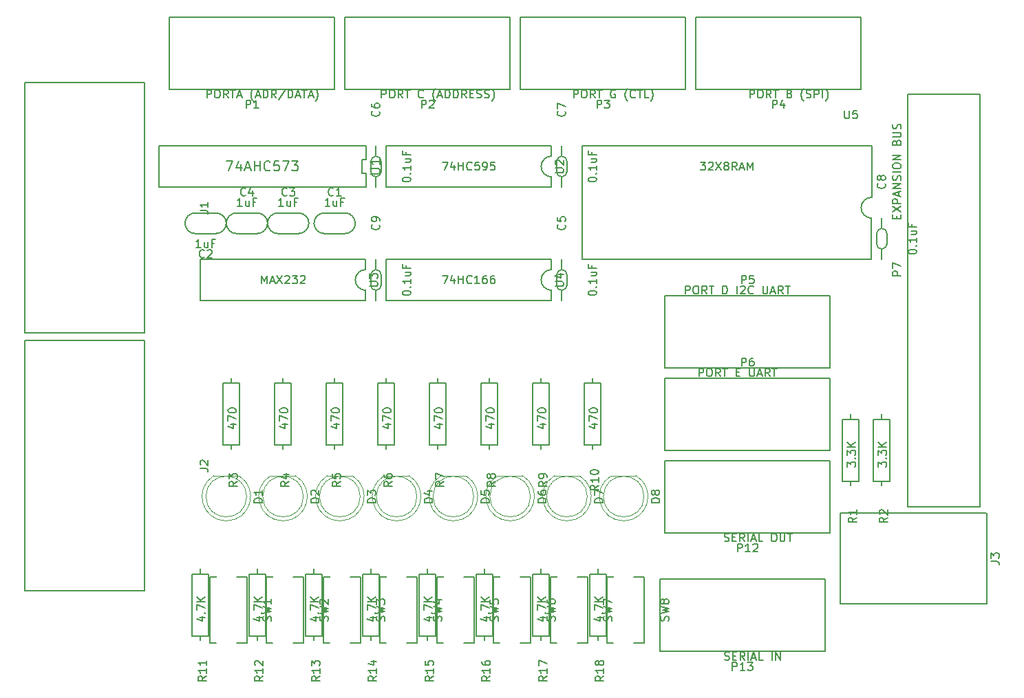
<source format=gbr>
G04 #@! TF.GenerationSoftware,KiCad,Pcbnew,(5.1.0-1546-g4fcfd266e)*
G04 #@! TF.CreationDate,2019-09-02T12:58:35-07:00*
G04 #@! TF.ProjectId,300-1006,3330302d-3130-4303-962e-6b696361645f,rev?*
G04 #@! TF.SameCoordinates,Original*
G04 #@! TF.FileFunction,Legend,Top*
G04 #@! TF.FilePolarity,Positive*
%FSLAX46Y46*%
G04 Gerber Fmt 4.6, Leading zero omitted, Abs format (unit mm)*
G04 Created by KiCad (PCBNEW (5.1.0-1546-g4fcfd266e)) date 2019-09-02 12:58:35*
%MOMM*%
%LPD*%
G04 APERTURE LIST*
%ADD10C,0.150000*%
%ADD11C,0.120000*%
G04 APERTURE END LIST*
D10*
X73660000Y-121920000D02*
X73660000Y-120650000D01*
X73660000Y-116840000D02*
X73660000Y-118110000D01*
X73025000Y-120015000D02*
X73025000Y-118745000D01*
X74295000Y-120015000D02*
X74295000Y-118745000D01*
X73025000Y-120015000D02*
G75*
G03X73660000Y-120650000I635000J0D01*
G01*
X73660000Y-120650000D02*
G75*
G03X74295000Y-120015000I0J635000D01*
G01*
X73660000Y-118110000D02*
G75*
G03X73025000Y-118745000I0J-635000D01*
G01*
X74295000Y-118745000D02*
G75*
G03X73660000Y-118110000I-635000J0D01*
G01*
X99949000Y-155575000D02*
X99949000Y-163195000D01*
X101981000Y-163195000D02*
X101981000Y-155575000D01*
X100965000Y-154940000D02*
X100965000Y-155575000D01*
X100965000Y-163195000D02*
X100965000Y-163703000D01*
X99949000Y-155575000D02*
X101981000Y-155575000D01*
X99949000Y-163195000D02*
X101981000Y-163195000D01*
X92964000Y-155575000D02*
X92964000Y-163195000D01*
X94996000Y-163195000D02*
X94996000Y-155575000D01*
X93980000Y-154940000D02*
X93980000Y-155575000D01*
X93980000Y-163195000D02*
X93980000Y-163703000D01*
X92964000Y-155575000D02*
X94996000Y-155575000D01*
X92964000Y-163195000D02*
X94996000Y-163195000D01*
X85979000Y-155575000D02*
X85979000Y-163195000D01*
X88011000Y-163195000D02*
X88011000Y-155575000D01*
X86995000Y-154940000D02*
X86995000Y-155575000D01*
X86995000Y-163195000D02*
X86995000Y-163703000D01*
X85979000Y-155575000D02*
X88011000Y-155575000D01*
X85979000Y-163195000D02*
X88011000Y-163195000D01*
X78994000Y-155575000D02*
X78994000Y-163195000D01*
X81026000Y-163195000D02*
X81026000Y-155575000D01*
X80010000Y-154940000D02*
X80010000Y-155575000D01*
X80010000Y-163195000D02*
X80010000Y-163703000D01*
X78994000Y-155575000D02*
X81026000Y-155575000D01*
X78994000Y-163195000D02*
X81026000Y-163195000D01*
X72009000Y-155575000D02*
X72009000Y-163195000D01*
X74041000Y-163195000D02*
X74041000Y-155575000D01*
X73025000Y-154940000D02*
X73025000Y-155575000D01*
X73025000Y-163195000D02*
X73025000Y-163703000D01*
X72009000Y-155575000D02*
X74041000Y-155575000D01*
X72009000Y-163195000D02*
X74041000Y-163195000D01*
X65024000Y-155575000D02*
X65024000Y-163195000D01*
X67056000Y-163195000D02*
X67056000Y-155575000D01*
X66040000Y-154940000D02*
X66040000Y-155575000D01*
X66040000Y-163195000D02*
X66040000Y-163703000D01*
X65024000Y-155575000D02*
X67056000Y-155575000D01*
X65024000Y-163195000D02*
X67056000Y-163195000D01*
X58039000Y-155575000D02*
X58039000Y-163195000D01*
X60071000Y-163195000D02*
X60071000Y-155575000D01*
X59055000Y-154940000D02*
X59055000Y-155575000D01*
X59055000Y-163195000D02*
X59055000Y-163703000D01*
X58039000Y-155575000D02*
X60071000Y-155575000D01*
X58039000Y-163195000D02*
X60071000Y-163195000D01*
X51054000Y-155575000D02*
X51054000Y-163195000D01*
X53086000Y-163195000D02*
X53086000Y-155575000D01*
X52070000Y-154940000D02*
X52070000Y-155575000D01*
X52070000Y-163195000D02*
X52070000Y-163703000D01*
X51054000Y-155575000D02*
X53086000Y-155575000D01*
X51054000Y-163195000D02*
X53086000Y-163195000D01*
X128905000Y-158115000D02*
X128905000Y-163195000D01*
X108585000Y-163195000D02*
X108585000Y-158115000D01*
X108585000Y-158115000D02*
X108585000Y-156210000D01*
X108585000Y-156210000D02*
X128905000Y-156210000D01*
X128905000Y-156210000D02*
X128905000Y-158115000D01*
X108585000Y-163195000D02*
X108585000Y-165100000D01*
X108585000Y-165100000D02*
X128905000Y-165100000D01*
X128905000Y-165100000D02*
X128905000Y-163195000D01*
X129540000Y-143510000D02*
X129540000Y-148590000D01*
X109220000Y-148590000D02*
X109220000Y-143510000D01*
X109220000Y-143510000D02*
X109220000Y-141605000D01*
X109220000Y-141605000D02*
X129540000Y-141605000D01*
X129540000Y-141605000D02*
X129540000Y-143510000D01*
X109220000Y-148590000D02*
X109220000Y-150495000D01*
X109220000Y-150495000D02*
X129540000Y-150495000D01*
X129540000Y-150495000D02*
X129540000Y-148590000D01*
X56515000Y-111125000D02*
G75*
G03X55245000Y-112395000I0J-1270000D01*
G01*
X55245000Y-112395000D02*
G75*
G03X56515000Y-113665000I1270000J0D01*
G01*
X59055000Y-113665000D02*
G75*
G03X60325000Y-112395000I0J1270000D01*
G01*
X60325000Y-112395000D02*
G75*
G03X59055000Y-111125000I-1270000J0D01*
G01*
X56515000Y-111125000D02*
X59055000Y-111125000D01*
X59055000Y-113665000D02*
X56515000Y-113665000D01*
X135890000Y-116840000D02*
X135890000Y-115570000D01*
X135890000Y-111760000D02*
X135890000Y-113030000D01*
X135255000Y-114935000D02*
X135255000Y-113665000D01*
X136525000Y-114935000D02*
X136525000Y-113665000D01*
X135255000Y-114935000D02*
G75*
G03X135890000Y-115570000I635000J0D01*
G01*
X135890000Y-115570000D02*
G75*
G03X136525000Y-114935000I0J635000D01*
G01*
X135890000Y-113030000D02*
G75*
G03X135255000Y-113665000I0J-635000D01*
G01*
X136525000Y-113665000D02*
G75*
G03X135890000Y-113030000I-635000J0D01*
G01*
X96520000Y-107950000D02*
X96520000Y-106680000D01*
X96520000Y-102870000D02*
X96520000Y-104140000D01*
X95885000Y-106045000D02*
X95885000Y-104775000D01*
X97155000Y-106045000D02*
X97155000Y-104775000D01*
X95885000Y-106045000D02*
G75*
G03X96520000Y-106680000I635000J0D01*
G01*
X96520000Y-106680000D02*
G75*
G03X97155000Y-106045000I0J635000D01*
G01*
X96520000Y-104140000D02*
G75*
G03X95885000Y-104775000I0J-635000D01*
G01*
X97155000Y-104775000D02*
G75*
G03X96520000Y-104140000I-635000J0D01*
G01*
X73660000Y-107950000D02*
X73660000Y-106680000D01*
X73660000Y-102870000D02*
X73660000Y-104140000D01*
X73025000Y-106045000D02*
X73025000Y-104775000D01*
X74295000Y-106045000D02*
X74295000Y-104775000D01*
X73025000Y-106045000D02*
G75*
G03X73660000Y-106680000I635000J0D01*
G01*
X73660000Y-106680000D02*
G75*
G03X74295000Y-106045000I0J635000D01*
G01*
X73660000Y-104140000D02*
G75*
G03X73025000Y-104775000I0J-635000D01*
G01*
X74295000Y-104775000D02*
G75*
G03X73660000Y-104140000I-635000J0D01*
G01*
X96520000Y-121920000D02*
X96520000Y-120650000D01*
X96520000Y-116840000D02*
X96520000Y-118110000D01*
X95885000Y-120015000D02*
X95885000Y-118745000D01*
X97155000Y-120015000D02*
X97155000Y-118745000D01*
X95885000Y-120015000D02*
G75*
G03X96520000Y-120650000I635000J0D01*
G01*
X96520000Y-120650000D02*
G75*
G03X97155000Y-120015000I0J635000D01*
G01*
X96520000Y-118110000D02*
G75*
G03X95885000Y-118745000I0J-635000D01*
G01*
X97155000Y-118745000D02*
G75*
G03X96520000Y-118110000I-635000J0D01*
G01*
X139065000Y-147320000D02*
X139065000Y-96520000D01*
X147955000Y-147320000D02*
X139065000Y-147320000D01*
X147955000Y-96520000D02*
X147955000Y-147320000D01*
X139065000Y-96520000D02*
X147955000Y-96520000D01*
X99060000Y-116840000D02*
X99060000Y-102887400D01*
X134620000Y-116840000D02*
X99060000Y-116840000D01*
X134620000Y-111760000D02*
X134620000Y-116840000D01*
X134637400Y-104569134D02*
X134637400Y-109220000D01*
X134620000Y-111760000D02*
G75*
G02X133350000Y-110490000I0J1270000D01*
G01*
X133350000Y-110490000D02*
G75*
G02X134620000Y-109220000I1270000J0D01*
G01*
X134637400Y-104569134D02*
X134637400Y-102887401D01*
X99042600Y-102887400D02*
X99042600Y-107932599D01*
X134637400Y-102887401D02*
X99042600Y-102887400D01*
X95250000Y-118110000D02*
G75*
G03X93980000Y-119380000I0J-1270000D01*
G01*
X93980000Y-119380000D02*
G75*
G03X95250000Y-120650000I1270000J0D01*
G01*
X95250000Y-121920000D02*
X74930000Y-121920000D01*
X74930000Y-116840000D02*
X95250000Y-116840000D01*
X74930000Y-121920000D02*
X74930000Y-116840000D01*
X95250000Y-116840000D02*
X95250000Y-118110000D01*
X95250000Y-120650000D02*
X95250000Y-121920000D01*
X72390000Y-118110000D02*
G75*
G03X71120000Y-119380000I0J-1270000D01*
G01*
X71120000Y-119380000D02*
G75*
G03X72390000Y-120650000I1270000J0D01*
G01*
X72390000Y-121920000D02*
X52070000Y-121920000D01*
X52070000Y-116840000D02*
X72390000Y-116840000D01*
X52070000Y-121920000D02*
X52070000Y-116840000D01*
X72390000Y-116840000D02*
X72390000Y-118110000D01*
X72390000Y-120650000D02*
X72390000Y-121920000D01*
X95250000Y-104140000D02*
G75*
G03X93980000Y-105410000I0J-1270000D01*
G01*
X93980000Y-105410000D02*
G75*
G03X95250000Y-106680000I1270000J0D01*
G01*
X95250000Y-107950000D02*
X74930000Y-107950000D01*
X74930000Y-102870000D02*
X95250000Y-102870000D01*
X74930000Y-107950000D02*
X74930000Y-102870000D01*
X95250000Y-102870000D02*
X95250000Y-104140000D01*
X95250000Y-106680000D02*
X95250000Y-107950000D01*
X72407400Y-104569134D02*
X72407400Y-102887401D01*
X71957400Y-104569134D02*
X72407400Y-104569134D01*
X71957400Y-106250866D02*
X71957400Y-104569134D01*
X72407400Y-106250866D02*
X71957400Y-106250866D01*
X72407400Y-107932600D02*
X72407400Y-106250866D01*
X46972600Y-107932599D02*
X72407400Y-107932600D01*
X46972600Y-102887400D02*
X46972600Y-107932599D01*
X72407400Y-102887401D02*
X46972600Y-102887400D01*
X106680000Y-164084000D02*
X105410000Y-164084000D01*
X106680000Y-163830000D02*
X106680000Y-164084000D01*
X106680000Y-155956000D02*
X106680000Y-163830000D01*
X105410000Y-155956000D02*
X106680000Y-155956000D01*
X102870000Y-155829000D02*
X102870000Y-155956000D01*
X102108000Y-155956000D02*
X102870000Y-155956000D01*
X102108000Y-164084000D02*
X102108000Y-155956000D01*
X102870000Y-164084000D02*
X102108000Y-164084000D01*
X99695000Y-164084000D02*
X98425000Y-164084000D01*
X99695000Y-163830000D02*
X99695000Y-164084000D01*
X99695000Y-155956000D02*
X99695000Y-163830000D01*
X98425000Y-155956000D02*
X99695000Y-155956000D01*
X95885000Y-155829000D02*
X95885000Y-155956000D01*
X95123000Y-155956000D02*
X95885000Y-155956000D01*
X95123000Y-164084000D02*
X95123000Y-155956000D01*
X95885000Y-164084000D02*
X95123000Y-164084000D01*
X92710000Y-164084000D02*
X91440000Y-164084000D01*
X92710000Y-163830000D02*
X92710000Y-164084000D01*
X92710000Y-155956000D02*
X92710000Y-163830000D01*
X91440000Y-155956000D02*
X92710000Y-155956000D01*
X88900000Y-155829000D02*
X88900000Y-155956000D01*
X88138000Y-155956000D02*
X88900000Y-155956000D01*
X88138000Y-164084000D02*
X88138000Y-155956000D01*
X88900000Y-164084000D02*
X88138000Y-164084000D01*
X85725000Y-164084000D02*
X84455000Y-164084000D01*
X85725000Y-163830000D02*
X85725000Y-164084000D01*
X85725000Y-155956000D02*
X85725000Y-163830000D01*
X84455000Y-155956000D02*
X85725000Y-155956000D01*
X81915000Y-155829000D02*
X81915000Y-155956000D01*
X81153000Y-155956000D02*
X81915000Y-155956000D01*
X81153000Y-164084000D02*
X81153000Y-155956000D01*
X81915000Y-164084000D02*
X81153000Y-164084000D01*
X78740000Y-164084000D02*
X77470000Y-164084000D01*
X78740000Y-163830000D02*
X78740000Y-164084000D01*
X78740000Y-155956000D02*
X78740000Y-163830000D01*
X77470000Y-155956000D02*
X78740000Y-155956000D01*
X74930000Y-155829000D02*
X74930000Y-155956000D01*
X74168000Y-155956000D02*
X74930000Y-155956000D01*
X74168000Y-164084000D02*
X74168000Y-155956000D01*
X74930000Y-164084000D02*
X74168000Y-164084000D01*
X71755000Y-164084000D02*
X70485000Y-164084000D01*
X71755000Y-163830000D02*
X71755000Y-164084000D01*
X71755000Y-155956000D02*
X71755000Y-163830000D01*
X70485000Y-155956000D02*
X71755000Y-155956000D01*
X67945000Y-155829000D02*
X67945000Y-155956000D01*
X67183000Y-155956000D02*
X67945000Y-155956000D01*
X67183000Y-164084000D02*
X67183000Y-155956000D01*
X67945000Y-164084000D02*
X67183000Y-164084000D01*
X64770000Y-164084000D02*
X63500000Y-164084000D01*
X64770000Y-163830000D02*
X64770000Y-164084000D01*
X64770000Y-155956000D02*
X64770000Y-163830000D01*
X63500000Y-155956000D02*
X64770000Y-155956000D01*
X60960000Y-155829000D02*
X60960000Y-155956000D01*
X60198000Y-155956000D02*
X60960000Y-155956000D01*
X60198000Y-164084000D02*
X60198000Y-155956000D01*
X60960000Y-164084000D02*
X60198000Y-164084000D01*
X57785000Y-164084000D02*
X56515000Y-164084000D01*
X57785000Y-163830000D02*
X57785000Y-164084000D01*
X57785000Y-155956000D02*
X57785000Y-163830000D01*
X56515000Y-155956000D02*
X57785000Y-155956000D01*
X53975000Y-155829000D02*
X53975000Y-155956000D01*
X53213000Y-155956000D02*
X53975000Y-155956000D01*
X53213000Y-164084000D02*
X53213000Y-155956000D01*
X53975000Y-164084000D02*
X53213000Y-164084000D01*
X99314000Y-132080000D02*
X99314000Y-139700000D01*
X101346000Y-139700000D02*
X101346000Y-132080000D01*
X100330000Y-131445000D02*
X100330000Y-132080000D01*
X100330000Y-139700000D02*
X100330000Y-140208000D01*
X99314000Y-132080000D02*
X101346000Y-132080000D01*
X99314000Y-139700000D02*
X101346000Y-139700000D01*
X92964000Y-132080000D02*
X92964000Y-139700000D01*
X94996000Y-139700000D02*
X94996000Y-132080000D01*
X93980000Y-131445000D02*
X93980000Y-132080000D01*
X93980000Y-139700000D02*
X93980000Y-140208000D01*
X92964000Y-132080000D02*
X94996000Y-132080000D01*
X92964000Y-139700000D02*
X94996000Y-139700000D01*
X86614000Y-132080000D02*
X86614000Y-139700000D01*
X88646000Y-139700000D02*
X88646000Y-132080000D01*
X87630000Y-131445000D02*
X87630000Y-132080000D01*
X87630000Y-139700000D02*
X87630000Y-140208000D01*
X86614000Y-132080000D02*
X88646000Y-132080000D01*
X86614000Y-139700000D02*
X88646000Y-139700000D01*
X80264000Y-132080000D02*
X80264000Y-139700000D01*
X82296000Y-139700000D02*
X82296000Y-132080000D01*
X81280000Y-131445000D02*
X81280000Y-132080000D01*
X81280000Y-139700000D02*
X81280000Y-140208000D01*
X80264000Y-132080000D02*
X82296000Y-132080000D01*
X80264000Y-139700000D02*
X82296000Y-139700000D01*
X73914000Y-132080000D02*
X73914000Y-139700000D01*
X75946000Y-139700000D02*
X75946000Y-132080000D01*
X74930000Y-131445000D02*
X74930000Y-132080000D01*
X74930000Y-139700000D02*
X74930000Y-140208000D01*
X73914000Y-132080000D02*
X75946000Y-132080000D01*
X73914000Y-139700000D02*
X75946000Y-139700000D01*
X67564000Y-132080000D02*
X67564000Y-139700000D01*
X69596000Y-139700000D02*
X69596000Y-132080000D01*
X68580000Y-131445000D02*
X68580000Y-132080000D01*
X68580000Y-139700000D02*
X68580000Y-140208000D01*
X67564000Y-132080000D02*
X69596000Y-132080000D01*
X67564000Y-139700000D02*
X69596000Y-139700000D01*
X61214000Y-132080000D02*
X61214000Y-139700000D01*
X63246000Y-139700000D02*
X63246000Y-132080000D01*
X62230000Y-131445000D02*
X62230000Y-132080000D01*
X62230000Y-139700000D02*
X62230000Y-140208000D01*
X61214000Y-132080000D02*
X63246000Y-132080000D01*
X61214000Y-139700000D02*
X63246000Y-139700000D01*
X54864000Y-132080000D02*
X54864000Y-139700000D01*
X56896000Y-139700000D02*
X56896000Y-132080000D01*
X55880000Y-131445000D02*
X55880000Y-132080000D01*
X55880000Y-139700000D02*
X55880000Y-140208000D01*
X54864000Y-132080000D02*
X56896000Y-132080000D01*
X54864000Y-139700000D02*
X56896000Y-139700000D01*
X134874000Y-136525000D02*
X134874000Y-144145000D01*
X136906000Y-144145000D02*
X136906000Y-136525000D01*
X135890000Y-135890000D02*
X135890000Y-136525000D01*
X135890000Y-144145000D02*
X135890000Y-144653000D01*
X134874000Y-136525000D02*
X136906000Y-136525000D01*
X134874000Y-144145000D02*
X136906000Y-144145000D01*
X131064000Y-136525000D02*
X131064000Y-144145000D01*
X133096000Y-144145000D02*
X133096000Y-136525000D01*
X132080000Y-135890000D02*
X132080000Y-136525000D01*
X132080000Y-144145000D02*
X132080000Y-144653000D01*
X131064000Y-136525000D02*
X133096000Y-136525000D01*
X131064000Y-144145000D02*
X133096000Y-144145000D01*
X109220000Y-138430000D02*
X109220000Y-133350000D01*
X129540000Y-133350000D02*
X129540000Y-138430000D01*
X129540000Y-138430000D02*
X129540000Y-140335000D01*
X129540000Y-140335000D02*
X109220000Y-140335000D01*
X109220000Y-140335000D02*
X109220000Y-138430000D01*
X129540000Y-133350000D02*
X129540000Y-131445000D01*
X129540000Y-131445000D02*
X109220000Y-131445000D01*
X109220000Y-131445000D02*
X109220000Y-133350000D01*
X109220000Y-128270000D02*
X109220000Y-123190000D01*
X129540000Y-123190000D02*
X129540000Y-128270000D01*
X129540000Y-128270000D02*
X129540000Y-130175000D01*
X129540000Y-130175000D02*
X109220000Y-130175000D01*
X109220000Y-130175000D02*
X109220000Y-128270000D01*
X129540000Y-123190000D02*
X129540000Y-121285000D01*
X129540000Y-121285000D02*
X109220000Y-121285000D01*
X109220000Y-121285000D02*
X109220000Y-123190000D01*
X133350000Y-88900000D02*
X133350000Y-93980000D01*
X113030000Y-93980000D02*
X113030000Y-88900000D01*
X113030000Y-88900000D02*
X113030000Y-86995000D01*
X113030000Y-86995000D02*
X133350000Y-86995000D01*
X133350000Y-86995000D02*
X133350000Y-88900000D01*
X113030000Y-93980000D02*
X113030000Y-95885000D01*
X113030000Y-95885000D02*
X133350000Y-95885000D01*
X133350000Y-95885000D02*
X133350000Y-93980000D01*
X111760000Y-88900000D02*
X111760000Y-93980000D01*
X91440000Y-93980000D02*
X91440000Y-88900000D01*
X91440000Y-88900000D02*
X91440000Y-86995000D01*
X91440000Y-86995000D02*
X111760000Y-86995000D01*
X111760000Y-86995000D02*
X111760000Y-88900000D01*
X91440000Y-93980000D02*
X91440000Y-95885000D01*
X91440000Y-95885000D02*
X111760000Y-95885000D01*
X111760000Y-95885000D02*
X111760000Y-93980000D01*
X90170000Y-88900000D02*
X90170000Y-93980000D01*
X69850000Y-93980000D02*
X69850000Y-88900000D01*
X69850000Y-88900000D02*
X69850000Y-86995000D01*
X69850000Y-86995000D02*
X90170000Y-86995000D01*
X90170000Y-86995000D02*
X90170000Y-88900000D01*
X69850000Y-93980000D02*
X69850000Y-95885000D01*
X69850000Y-95885000D02*
X90170000Y-95885000D01*
X90170000Y-95885000D02*
X90170000Y-93980000D01*
X68580000Y-88900000D02*
X68580000Y-93980000D01*
X48260000Y-93980000D02*
X48260000Y-88900000D01*
X48260000Y-88900000D02*
X48260000Y-86995000D01*
X48260000Y-86995000D02*
X68580000Y-86995000D01*
X68580000Y-86995000D02*
X68580000Y-88900000D01*
X48260000Y-93980000D02*
X48260000Y-95885000D01*
X48260000Y-95885000D02*
X68580000Y-95885000D01*
X68580000Y-95885000D02*
X68580000Y-93980000D01*
X148820000Y-159270000D02*
X130820000Y-159270000D01*
X130820000Y-148070000D02*
X148770000Y-148070000D01*
X130820000Y-159270000D02*
X130820000Y-148070000D01*
X148820000Y-148070000D02*
X148820000Y-153670000D01*
X148820000Y-153670000D02*
X148820000Y-159270000D01*
X30480000Y-142240000D02*
X30480000Y-126840000D01*
X30480000Y-142240000D02*
X30480000Y-157640000D01*
X45220000Y-157640000D02*
X30480000Y-157640000D01*
X45220000Y-126840000D02*
X45220000Y-157640000D01*
X30480000Y-126840000D02*
X45220000Y-126840000D01*
X30480000Y-110490000D02*
X30480000Y-95090000D01*
X30480000Y-110490000D02*
X30480000Y-125890000D01*
X45220000Y-125890000D02*
X30480000Y-125890000D01*
X45220000Y-95090000D02*
X45220000Y-125890000D01*
X30480000Y-95090000D02*
X45220000Y-95090000D01*
D11*
X105685000Y-143490000D02*
X102595000Y-143490000D01*
X106640000Y-146050000D02*
G75*
G03X106640000Y-146050000I-2500000J0D01*
G01*
X104140462Y-149040000D02*
G75*
G02X102595170Y-143490000I-462J2990000D01*
G01*
X104139538Y-149040000D02*
G75*
G03X105684830Y-143490000I462J2990000D01*
G01*
X98700000Y-143490000D02*
X95610000Y-143490000D01*
X99655000Y-146050000D02*
G75*
G03X99655000Y-146050000I-2500000J0D01*
G01*
X97155462Y-149040000D02*
G75*
G02X95610170Y-143490000I-462J2990000D01*
G01*
X97154538Y-149040000D02*
G75*
G03X98699830Y-143490000I462J2990000D01*
G01*
X91715000Y-143490000D02*
X88625000Y-143490000D01*
X92670000Y-146050000D02*
G75*
G03X92670000Y-146050000I-2500000J0D01*
G01*
X90170462Y-149040000D02*
G75*
G02X88625170Y-143490000I-462J2990000D01*
G01*
X90169538Y-149040000D02*
G75*
G03X91714830Y-143490000I462J2990000D01*
G01*
X84730000Y-143490000D02*
X81640000Y-143490000D01*
X85685000Y-146050000D02*
G75*
G03X85685000Y-146050000I-2500000J0D01*
G01*
X83185462Y-149040000D02*
G75*
G02X81640170Y-143490000I-462J2990000D01*
G01*
X83184538Y-149040000D02*
G75*
G03X84729830Y-143490000I462J2990000D01*
G01*
X77745000Y-143490000D02*
X74655000Y-143490000D01*
X78700000Y-146050000D02*
G75*
G03X78700000Y-146050000I-2500000J0D01*
G01*
X76200462Y-149040000D02*
G75*
G02X74655170Y-143490000I-462J2990000D01*
G01*
X76199538Y-149040000D02*
G75*
G03X77744830Y-143490000I462J2990000D01*
G01*
X70760000Y-143490000D02*
X67670000Y-143490000D01*
X71715000Y-146050000D02*
G75*
G03X71715000Y-146050000I-2500000J0D01*
G01*
X69215462Y-149040000D02*
G75*
G02X67670170Y-143490000I-462J2990000D01*
G01*
X69214538Y-149040000D02*
G75*
G03X70759830Y-143490000I462J2990000D01*
G01*
X63775000Y-143490000D02*
X60685000Y-143490000D01*
X64730000Y-146050000D02*
G75*
G03X64730000Y-146050000I-2500000J0D01*
G01*
X62230462Y-149040000D02*
G75*
G02X60685170Y-143490000I-462J2990000D01*
G01*
X62229538Y-149040000D02*
G75*
G03X63774830Y-143490000I462J2990000D01*
G01*
X56790000Y-143490000D02*
X53700000Y-143490000D01*
X57745000Y-146050000D02*
G75*
G03X57745000Y-146050000I-2500000J0D01*
G01*
X55245462Y-149040000D02*
G75*
G02X53700170Y-143490000I-462J2990000D01*
G01*
X55244538Y-149040000D02*
G75*
G03X56789830Y-143490000I462J2990000D01*
G01*
D10*
X64135000Y-113665000D02*
X61595000Y-113665000D01*
X61595000Y-111125000D02*
X64135000Y-111125000D01*
X65405000Y-112395000D02*
G75*
G03X64135000Y-111125000I-1270000J0D01*
G01*
X64135000Y-113665000D02*
G75*
G03X65405000Y-112395000I0J1270000D01*
G01*
X60325000Y-112395000D02*
G75*
G03X61595000Y-113665000I1270000J0D01*
G01*
X61595000Y-111125000D02*
G75*
G03X60325000Y-112395000I0J-1270000D01*
G01*
X51435000Y-111125000D02*
X53975000Y-111125000D01*
X53975000Y-113665000D02*
X51435000Y-113665000D01*
X50165000Y-112395000D02*
G75*
G03X51435000Y-113665000I1270000J0D01*
G01*
X51435000Y-111125000D02*
G75*
G03X50165000Y-112395000I0J-1270000D01*
G01*
X55245000Y-112395000D02*
G75*
G03X53975000Y-111125000I-1270000J0D01*
G01*
X53975000Y-113665000D02*
G75*
G03X55245000Y-112395000I0J1270000D01*
G01*
X69850000Y-113665000D02*
X67310000Y-113665000D01*
X67310000Y-111125000D02*
X69850000Y-111125000D01*
X71120000Y-112395000D02*
G75*
G03X69850000Y-111125000I-1270000J0D01*
G01*
X69850000Y-113665000D02*
G75*
G03X71120000Y-112395000I0J1270000D01*
G01*
X66040000Y-112395000D02*
G75*
G03X67310000Y-113665000I1270000J0D01*
G01*
X67310000Y-111125000D02*
G75*
G03X66040000Y-112395000I0J-1270000D01*
G01*
X74017142Y-112561666D02*
X74064761Y-112609285D01*
X74112380Y-112752142D01*
X74112380Y-112847380D01*
X74064761Y-112990238D01*
X73969523Y-113085476D01*
X73874285Y-113133095D01*
X73683809Y-113180714D01*
X73540952Y-113180714D01*
X73350476Y-113133095D01*
X73255238Y-113085476D01*
X73160000Y-112990238D01*
X73112380Y-112847380D01*
X73112380Y-112752142D01*
X73160000Y-112609285D01*
X73207619Y-112561666D01*
X74112380Y-112085476D02*
X74112380Y-111895000D01*
X74064761Y-111799761D01*
X74017142Y-111752142D01*
X73874285Y-111656904D01*
X73683809Y-111609285D01*
X73302857Y-111609285D01*
X73207619Y-111656904D01*
X73160000Y-111704523D01*
X73112380Y-111799761D01*
X73112380Y-111990238D01*
X73160000Y-112085476D01*
X73207619Y-112133095D01*
X73302857Y-112180714D01*
X73540952Y-112180714D01*
X73636190Y-112133095D01*
X73683809Y-112085476D01*
X73731428Y-111990238D01*
X73731428Y-111799761D01*
X73683809Y-111704523D01*
X73636190Y-111656904D01*
X73540952Y-111609285D01*
X76922380Y-121022857D02*
X76922380Y-120927619D01*
X76970000Y-120832380D01*
X77017619Y-120784761D01*
X77112857Y-120737142D01*
X77303333Y-120689523D01*
X77541428Y-120689523D01*
X77731904Y-120737142D01*
X77827142Y-120784761D01*
X77874761Y-120832380D01*
X77922380Y-120927619D01*
X77922380Y-121022857D01*
X77874761Y-121118095D01*
X77827142Y-121165714D01*
X77731904Y-121213333D01*
X77541428Y-121260952D01*
X77303333Y-121260952D01*
X77112857Y-121213333D01*
X77017619Y-121165714D01*
X76970000Y-121118095D01*
X76922380Y-121022857D01*
X77827142Y-120260952D02*
X77874761Y-120213333D01*
X77922380Y-120260952D01*
X77874761Y-120308571D01*
X77827142Y-120260952D01*
X77922380Y-120260952D01*
X77922380Y-119260952D02*
X77922380Y-119832380D01*
X77922380Y-119546666D02*
X76922380Y-119546666D01*
X77065238Y-119641904D01*
X77160476Y-119737142D01*
X77208095Y-119832380D01*
X77255714Y-118403809D02*
X77922380Y-118403809D01*
X77255714Y-118832380D02*
X77779523Y-118832380D01*
X77874761Y-118784761D01*
X77922380Y-118689523D01*
X77922380Y-118546666D01*
X77874761Y-118451428D01*
X77827142Y-118403809D01*
X77398571Y-117594285D02*
X77398571Y-117927619D01*
X77922380Y-117927619D02*
X76922380Y-117927619D01*
X76922380Y-117451428D01*
X101671380Y-168155857D02*
X101195190Y-168489190D01*
X101671380Y-168727285D02*
X100671380Y-168727285D01*
X100671380Y-168346333D01*
X100719000Y-168251095D01*
X100766619Y-168203476D01*
X100861857Y-168155857D01*
X101004714Y-168155857D01*
X101099952Y-168203476D01*
X101147571Y-168251095D01*
X101195190Y-168346333D01*
X101195190Y-168727285D01*
X101671380Y-167203476D02*
X101671380Y-167774904D01*
X101671380Y-167489190D02*
X100671380Y-167489190D01*
X100814238Y-167584428D01*
X100909476Y-167679666D01*
X100957095Y-167774904D01*
X101099952Y-166632047D02*
X101052333Y-166727285D01*
X101004714Y-166774904D01*
X100909476Y-166822523D01*
X100861857Y-166822523D01*
X100766619Y-166774904D01*
X100719000Y-166727285D01*
X100671380Y-166632047D01*
X100671380Y-166441571D01*
X100719000Y-166346333D01*
X100766619Y-166298714D01*
X100861857Y-166251095D01*
X100909476Y-166251095D01*
X101004714Y-166298714D01*
X101052333Y-166346333D01*
X101099952Y-166441571D01*
X101099952Y-166632047D01*
X101147571Y-166727285D01*
X101195190Y-166774904D01*
X101290428Y-166822523D01*
X101480904Y-166822523D01*
X101576142Y-166774904D01*
X101623761Y-166727285D01*
X101671380Y-166632047D01*
X101671380Y-166441571D01*
X101623761Y-166346333D01*
X101576142Y-166298714D01*
X101480904Y-166251095D01*
X101290428Y-166251095D01*
X101195190Y-166298714D01*
X101147571Y-166346333D01*
X101099952Y-166441571D01*
X100877714Y-160916809D02*
X101544380Y-160916809D01*
X100496761Y-161154904D02*
X101211047Y-161393000D01*
X101211047Y-160773952D01*
X101449142Y-160393000D02*
X101496761Y-160345380D01*
X101544380Y-160393000D01*
X101496761Y-160440619D01*
X101449142Y-160393000D01*
X101544380Y-160393000D01*
X100544380Y-160012047D02*
X100544380Y-159345380D01*
X101544380Y-159773952D01*
X101544380Y-158964428D02*
X100544380Y-158964428D01*
X101544380Y-158393000D02*
X100972952Y-158821571D01*
X100544380Y-158393000D02*
X101115809Y-158964428D01*
X94686380Y-168155857D02*
X94210190Y-168489190D01*
X94686380Y-168727285D02*
X93686380Y-168727285D01*
X93686380Y-168346333D01*
X93734000Y-168251095D01*
X93781619Y-168203476D01*
X93876857Y-168155857D01*
X94019714Y-168155857D01*
X94114952Y-168203476D01*
X94162571Y-168251095D01*
X94210190Y-168346333D01*
X94210190Y-168727285D01*
X94686380Y-167203476D02*
X94686380Y-167774904D01*
X94686380Y-167489190D02*
X93686380Y-167489190D01*
X93829238Y-167584428D01*
X93924476Y-167679666D01*
X93972095Y-167774904D01*
X93686380Y-166870142D02*
X93686380Y-166203476D01*
X94686380Y-166632047D01*
X93892714Y-160916809D02*
X94559380Y-160916809D01*
X93511761Y-161154904D02*
X94226047Y-161393000D01*
X94226047Y-160773952D01*
X94464142Y-160393000D02*
X94511761Y-160345380D01*
X94559380Y-160393000D01*
X94511761Y-160440619D01*
X94464142Y-160393000D01*
X94559380Y-160393000D01*
X93559380Y-160012047D02*
X93559380Y-159345380D01*
X94559380Y-159773952D01*
X94559380Y-158964428D02*
X93559380Y-158964428D01*
X94559380Y-158393000D02*
X93987952Y-158821571D01*
X93559380Y-158393000D02*
X94130809Y-158964428D01*
X87701380Y-168155857D02*
X87225190Y-168489190D01*
X87701380Y-168727285D02*
X86701380Y-168727285D01*
X86701380Y-168346333D01*
X86749000Y-168251095D01*
X86796619Y-168203476D01*
X86891857Y-168155857D01*
X87034714Y-168155857D01*
X87129952Y-168203476D01*
X87177571Y-168251095D01*
X87225190Y-168346333D01*
X87225190Y-168727285D01*
X87701380Y-167203476D02*
X87701380Y-167774904D01*
X87701380Y-167489190D02*
X86701380Y-167489190D01*
X86844238Y-167584428D01*
X86939476Y-167679666D01*
X86987095Y-167774904D01*
X86701380Y-166346333D02*
X86701380Y-166536809D01*
X86749000Y-166632047D01*
X86796619Y-166679666D01*
X86939476Y-166774904D01*
X87129952Y-166822523D01*
X87510904Y-166822523D01*
X87606142Y-166774904D01*
X87653761Y-166727285D01*
X87701380Y-166632047D01*
X87701380Y-166441571D01*
X87653761Y-166346333D01*
X87606142Y-166298714D01*
X87510904Y-166251095D01*
X87272809Y-166251095D01*
X87177571Y-166298714D01*
X87129952Y-166346333D01*
X87082333Y-166441571D01*
X87082333Y-166632047D01*
X87129952Y-166727285D01*
X87177571Y-166774904D01*
X87272809Y-166822523D01*
X86907714Y-160916809D02*
X87574380Y-160916809D01*
X86526761Y-161154904D02*
X87241047Y-161393000D01*
X87241047Y-160773952D01*
X87479142Y-160393000D02*
X87526761Y-160345380D01*
X87574380Y-160393000D01*
X87526761Y-160440619D01*
X87479142Y-160393000D01*
X87574380Y-160393000D01*
X86574380Y-160012047D02*
X86574380Y-159345380D01*
X87574380Y-159773952D01*
X87574380Y-158964428D02*
X86574380Y-158964428D01*
X87574380Y-158393000D02*
X87002952Y-158821571D01*
X86574380Y-158393000D02*
X87145809Y-158964428D01*
X80716380Y-168155857D02*
X80240190Y-168489190D01*
X80716380Y-168727285D02*
X79716380Y-168727285D01*
X79716380Y-168346333D01*
X79764000Y-168251095D01*
X79811619Y-168203476D01*
X79906857Y-168155857D01*
X80049714Y-168155857D01*
X80144952Y-168203476D01*
X80192571Y-168251095D01*
X80240190Y-168346333D01*
X80240190Y-168727285D01*
X80716380Y-167203476D02*
X80716380Y-167774904D01*
X80716380Y-167489190D02*
X79716380Y-167489190D01*
X79859238Y-167584428D01*
X79954476Y-167679666D01*
X80002095Y-167774904D01*
X79716380Y-166298714D02*
X79716380Y-166774904D01*
X80192571Y-166822523D01*
X80144952Y-166774904D01*
X80097333Y-166679666D01*
X80097333Y-166441571D01*
X80144952Y-166346333D01*
X80192571Y-166298714D01*
X80287809Y-166251095D01*
X80525904Y-166251095D01*
X80621142Y-166298714D01*
X80668761Y-166346333D01*
X80716380Y-166441571D01*
X80716380Y-166679666D01*
X80668761Y-166774904D01*
X80621142Y-166822523D01*
X79922714Y-160916809D02*
X80589380Y-160916809D01*
X79541761Y-161154904D02*
X80256047Y-161393000D01*
X80256047Y-160773952D01*
X80494142Y-160393000D02*
X80541761Y-160345380D01*
X80589380Y-160393000D01*
X80541761Y-160440619D01*
X80494142Y-160393000D01*
X80589380Y-160393000D01*
X79589380Y-160012047D02*
X79589380Y-159345380D01*
X80589380Y-159773952D01*
X80589380Y-158964428D02*
X79589380Y-158964428D01*
X80589380Y-158393000D02*
X80017952Y-158821571D01*
X79589380Y-158393000D02*
X80160809Y-158964428D01*
X73731380Y-168155857D02*
X73255190Y-168489190D01*
X73731380Y-168727285D02*
X72731380Y-168727285D01*
X72731380Y-168346333D01*
X72779000Y-168251095D01*
X72826619Y-168203476D01*
X72921857Y-168155857D01*
X73064714Y-168155857D01*
X73159952Y-168203476D01*
X73207571Y-168251095D01*
X73255190Y-168346333D01*
X73255190Y-168727285D01*
X73731380Y-167203476D02*
X73731380Y-167774904D01*
X73731380Y-167489190D02*
X72731380Y-167489190D01*
X72874238Y-167584428D01*
X72969476Y-167679666D01*
X73017095Y-167774904D01*
X73064714Y-166346333D02*
X73731380Y-166346333D01*
X72683761Y-166584428D02*
X73398047Y-166822523D01*
X73398047Y-166203476D01*
X72937714Y-160916809D02*
X73604380Y-160916809D01*
X72556761Y-161154904D02*
X73271047Y-161393000D01*
X73271047Y-160773952D01*
X73509142Y-160393000D02*
X73556761Y-160345380D01*
X73604380Y-160393000D01*
X73556761Y-160440619D01*
X73509142Y-160393000D01*
X73604380Y-160393000D01*
X72604380Y-160012047D02*
X72604380Y-159345380D01*
X73604380Y-159773952D01*
X73604380Y-158964428D02*
X72604380Y-158964428D01*
X73604380Y-158393000D02*
X73032952Y-158821571D01*
X72604380Y-158393000D02*
X73175809Y-158964428D01*
X66746380Y-168155857D02*
X66270190Y-168489190D01*
X66746380Y-168727285D02*
X65746380Y-168727285D01*
X65746380Y-168346333D01*
X65794000Y-168251095D01*
X65841619Y-168203476D01*
X65936857Y-168155857D01*
X66079714Y-168155857D01*
X66174952Y-168203476D01*
X66222571Y-168251095D01*
X66270190Y-168346333D01*
X66270190Y-168727285D01*
X66746380Y-167203476D02*
X66746380Y-167774904D01*
X66746380Y-167489190D02*
X65746380Y-167489190D01*
X65889238Y-167584428D01*
X65984476Y-167679666D01*
X66032095Y-167774904D01*
X65746380Y-166870142D02*
X65746380Y-166251095D01*
X66127333Y-166584428D01*
X66127333Y-166441571D01*
X66174952Y-166346333D01*
X66222571Y-166298714D01*
X66317809Y-166251095D01*
X66555904Y-166251095D01*
X66651142Y-166298714D01*
X66698761Y-166346333D01*
X66746380Y-166441571D01*
X66746380Y-166727285D01*
X66698761Y-166822523D01*
X66651142Y-166870142D01*
X65952714Y-160916809D02*
X66619380Y-160916809D01*
X65571761Y-161154904D02*
X66286047Y-161393000D01*
X66286047Y-160773952D01*
X66524142Y-160393000D02*
X66571761Y-160345380D01*
X66619380Y-160393000D01*
X66571761Y-160440619D01*
X66524142Y-160393000D01*
X66619380Y-160393000D01*
X65619380Y-160012047D02*
X65619380Y-159345380D01*
X66619380Y-159773952D01*
X66619380Y-158964428D02*
X65619380Y-158964428D01*
X66619380Y-158393000D02*
X66047952Y-158821571D01*
X65619380Y-158393000D02*
X66190809Y-158964428D01*
X59761380Y-168155857D02*
X59285190Y-168489190D01*
X59761380Y-168727285D02*
X58761380Y-168727285D01*
X58761380Y-168346333D01*
X58809000Y-168251095D01*
X58856619Y-168203476D01*
X58951857Y-168155857D01*
X59094714Y-168155857D01*
X59189952Y-168203476D01*
X59237571Y-168251095D01*
X59285190Y-168346333D01*
X59285190Y-168727285D01*
X59761380Y-167203476D02*
X59761380Y-167774904D01*
X59761380Y-167489190D02*
X58761380Y-167489190D01*
X58904238Y-167584428D01*
X58999476Y-167679666D01*
X59047095Y-167774904D01*
X58856619Y-166822523D02*
X58809000Y-166774904D01*
X58761380Y-166679666D01*
X58761380Y-166441571D01*
X58809000Y-166346333D01*
X58856619Y-166298714D01*
X58951857Y-166251095D01*
X59047095Y-166251095D01*
X59189952Y-166298714D01*
X59761380Y-166870142D01*
X59761380Y-166251095D01*
X58967714Y-160916809D02*
X59634380Y-160916809D01*
X58586761Y-161154904D02*
X59301047Y-161393000D01*
X59301047Y-160773952D01*
X59539142Y-160393000D02*
X59586761Y-160345380D01*
X59634380Y-160393000D01*
X59586761Y-160440619D01*
X59539142Y-160393000D01*
X59634380Y-160393000D01*
X58634380Y-160012047D02*
X58634380Y-159345380D01*
X59634380Y-159773952D01*
X59634380Y-158964428D02*
X58634380Y-158964428D01*
X59634380Y-158393000D02*
X59062952Y-158821571D01*
X58634380Y-158393000D02*
X59205809Y-158964428D01*
X52776380Y-168155857D02*
X52300190Y-168489190D01*
X52776380Y-168727285D02*
X51776380Y-168727285D01*
X51776380Y-168346333D01*
X51824000Y-168251095D01*
X51871619Y-168203476D01*
X51966857Y-168155857D01*
X52109714Y-168155857D01*
X52204952Y-168203476D01*
X52252571Y-168251095D01*
X52300190Y-168346333D01*
X52300190Y-168727285D01*
X52776380Y-167203476D02*
X52776380Y-167774904D01*
X52776380Y-167489190D02*
X51776380Y-167489190D01*
X51919238Y-167584428D01*
X52014476Y-167679666D01*
X52062095Y-167774904D01*
X52776380Y-166251095D02*
X52776380Y-166822523D01*
X52776380Y-166536809D02*
X51776380Y-166536809D01*
X51919238Y-166632047D01*
X52014476Y-166727285D01*
X52062095Y-166822523D01*
X51982714Y-160916809D02*
X52649380Y-160916809D01*
X51601761Y-161154904D02*
X52316047Y-161393000D01*
X52316047Y-160773952D01*
X52554142Y-160393000D02*
X52601761Y-160345380D01*
X52649380Y-160393000D01*
X52601761Y-160440619D01*
X52554142Y-160393000D01*
X52649380Y-160393000D01*
X51649380Y-160012047D02*
X51649380Y-159345380D01*
X52649380Y-159773952D01*
X52649380Y-158964428D02*
X51649380Y-158964428D01*
X52649380Y-158393000D02*
X52077952Y-158821571D01*
X51649380Y-158393000D02*
X52220809Y-158964428D01*
X117530714Y-167457380D02*
X117530714Y-166457380D01*
X117911666Y-166457380D01*
X118006904Y-166505000D01*
X118054523Y-166552619D01*
X118102142Y-166647857D01*
X118102142Y-166790714D01*
X118054523Y-166885952D01*
X118006904Y-166933571D01*
X117911666Y-166981190D01*
X117530714Y-166981190D01*
X119054523Y-167457380D02*
X118483095Y-167457380D01*
X118768809Y-167457380D02*
X118768809Y-166457380D01*
X118673571Y-166600238D01*
X118578333Y-166695476D01*
X118483095Y-166743095D01*
X119387857Y-166457380D02*
X120006904Y-166457380D01*
X119673571Y-166838333D01*
X119816428Y-166838333D01*
X119911666Y-166885952D01*
X119959285Y-166933571D01*
X120006904Y-167028809D01*
X120006904Y-167266904D01*
X119959285Y-167362142D01*
X119911666Y-167409761D01*
X119816428Y-167457380D01*
X119530714Y-167457380D01*
X119435476Y-167409761D01*
X119387857Y-167362142D01*
X116562619Y-166139761D02*
X116705476Y-166187380D01*
X116943571Y-166187380D01*
X117038809Y-166139761D01*
X117086428Y-166092142D01*
X117134047Y-165996904D01*
X117134047Y-165901666D01*
X117086428Y-165806428D01*
X117038809Y-165758809D01*
X116943571Y-165711190D01*
X116753095Y-165663571D01*
X116657857Y-165615952D01*
X116610238Y-165568333D01*
X116562619Y-165473095D01*
X116562619Y-165377857D01*
X116610238Y-165282619D01*
X116657857Y-165235000D01*
X116753095Y-165187380D01*
X116991190Y-165187380D01*
X117134047Y-165235000D01*
X117562619Y-165663571D02*
X117895952Y-165663571D01*
X118038809Y-166187380D02*
X117562619Y-166187380D01*
X117562619Y-165187380D01*
X118038809Y-165187380D01*
X119038809Y-166187380D02*
X118705476Y-165711190D01*
X118467380Y-166187380D02*
X118467380Y-165187380D01*
X118848333Y-165187380D01*
X118943571Y-165235000D01*
X118991190Y-165282619D01*
X119038809Y-165377857D01*
X119038809Y-165520714D01*
X118991190Y-165615952D01*
X118943571Y-165663571D01*
X118848333Y-165711190D01*
X118467380Y-165711190D01*
X119467380Y-166187380D02*
X119467380Y-165187380D01*
X119895952Y-165901666D02*
X120372142Y-165901666D01*
X119800714Y-166187380D02*
X120134047Y-165187380D01*
X120467380Y-166187380D01*
X121276904Y-166187380D02*
X120800714Y-166187380D01*
X120800714Y-165187380D01*
X122372142Y-166187380D02*
X122372142Y-165187380D01*
X122848333Y-166187380D02*
X122848333Y-165187380D01*
X123419761Y-166187380D01*
X123419761Y-165187380D01*
X118165714Y-152852380D02*
X118165714Y-151852380D01*
X118546666Y-151852380D01*
X118641904Y-151900000D01*
X118689523Y-151947619D01*
X118737142Y-152042857D01*
X118737142Y-152185714D01*
X118689523Y-152280952D01*
X118641904Y-152328571D01*
X118546666Y-152376190D01*
X118165714Y-152376190D01*
X119689523Y-152852380D02*
X119118095Y-152852380D01*
X119403809Y-152852380D02*
X119403809Y-151852380D01*
X119308571Y-151995238D01*
X119213333Y-152090476D01*
X119118095Y-152138095D01*
X120070476Y-151947619D02*
X120118095Y-151900000D01*
X120213333Y-151852380D01*
X120451428Y-151852380D01*
X120546666Y-151900000D01*
X120594285Y-151947619D01*
X120641904Y-152042857D01*
X120641904Y-152138095D01*
X120594285Y-152280952D01*
X120022857Y-152852380D01*
X120641904Y-152852380D01*
X116530952Y-151534761D02*
X116673809Y-151582380D01*
X116911904Y-151582380D01*
X117007142Y-151534761D01*
X117054761Y-151487142D01*
X117102380Y-151391904D01*
X117102380Y-151296666D01*
X117054761Y-151201428D01*
X117007142Y-151153809D01*
X116911904Y-151106190D01*
X116721428Y-151058571D01*
X116626190Y-151010952D01*
X116578571Y-150963333D01*
X116530952Y-150868095D01*
X116530952Y-150772857D01*
X116578571Y-150677619D01*
X116626190Y-150630000D01*
X116721428Y-150582380D01*
X116959523Y-150582380D01*
X117102380Y-150630000D01*
X117530952Y-151058571D02*
X117864285Y-151058571D01*
X118007142Y-151582380D02*
X117530952Y-151582380D01*
X117530952Y-150582380D01*
X118007142Y-150582380D01*
X119007142Y-151582380D02*
X118673809Y-151106190D01*
X118435714Y-151582380D02*
X118435714Y-150582380D01*
X118816666Y-150582380D01*
X118911904Y-150630000D01*
X118959523Y-150677619D01*
X119007142Y-150772857D01*
X119007142Y-150915714D01*
X118959523Y-151010952D01*
X118911904Y-151058571D01*
X118816666Y-151106190D01*
X118435714Y-151106190D01*
X119435714Y-151582380D02*
X119435714Y-150582380D01*
X119864285Y-151296666D02*
X120340476Y-151296666D01*
X119769047Y-151582380D02*
X120102380Y-150582380D01*
X120435714Y-151582380D01*
X121245238Y-151582380D02*
X120769047Y-151582380D01*
X120769047Y-150582380D01*
X122530952Y-150582380D02*
X122721428Y-150582380D01*
X122816666Y-150630000D01*
X122911904Y-150725238D01*
X122959523Y-150915714D01*
X122959523Y-151249047D01*
X122911904Y-151439523D01*
X122816666Y-151534761D01*
X122721428Y-151582380D01*
X122530952Y-151582380D01*
X122435714Y-151534761D01*
X122340476Y-151439523D01*
X122292857Y-151249047D01*
X122292857Y-150915714D01*
X122340476Y-150725238D01*
X122435714Y-150630000D01*
X122530952Y-150582380D01*
X123388095Y-150582380D02*
X123388095Y-151391904D01*
X123435714Y-151487142D01*
X123483333Y-151534761D01*
X123578571Y-151582380D01*
X123769047Y-151582380D01*
X123864285Y-151534761D01*
X123911904Y-151487142D01*
X123959523Y-151391904D01*
X123959523Y-150582380D01*
X124292857Y-150582380D02*
X124864285Y-150582380D01*
X124578571Y-151582380D02*
X124578571Y-150582380D01*
X57618333Y-108942142D02*
X57570714Y-108989761D01*
X57427857Y-109037380D01*
X57332619Y-109037380D01*
X57189761Y-108989761D01*
X57094523Y-108894523D01*
X57046904Y-108799285D01*
X56999285Y-108608809D01*
X56999285Y-108465952D01*
X57046904Y-108275476D01*
X57094523Y-108180238D01*
X57189761Y-108085000D01*
X57332619Y-108037380D01*
X57427857Y-108037380D01*
X57570714Y-108085000D01*
X57618333Y-108132619D01*
X58475476Y-108370714D02*
X58475476Y-109037380D01*
X58237380Y-107989761D02*
X57999285Y-108704047D01*
X58618333Y-108704047D01*
X57189761Y-110307380D02*
X56618333Y-110307380D01*
X56904047Y-110307380D02*
X56904047Y-109307380D01*
X56808809Y-109450238D01*
X56713571Y-109545476D01*
X56618333Y-109593095D01*
X58046904Y-109640714D02*
X58046904Y-110307380D01*
X57618333Y-109640714D02*
X57618333Y-110164523D01*
X57665952Y-110259761D01*
X57761190Y-110307380D01*
X57904047Y-110307380D01*
X57999285Y-110259761D01*
X58046904Y-110212142D01*
X58856428Y-109783571D02*
X58523095Y-109783571D01*
X58523095Y-110307380D02*
X58523095Y-109307380D01*
X58999285Y-109307380D01*
X136247142Y-107481666D02*
X136294761Y-107529285D01*
X136342380Y-107672142D01*
X136342380Y-107767380D01*
X136294761Y-107910238D01*
X136199523Y-108005476D01*
X136104285Y-108053095D01*
X135913809Y-108100714D01*
X135770952Y-108100714D01*
X135580476Y-108053095D01*
X135485238Y-108005476D01*
X135390000Y-107910238D01*
X135342380Y-107767380D01*
X135342380Y-107672142D01*
X135390000Y-107529285D01*
X135437619Y-107481666D01*
X135770952Y-106910238D02*
X135723333Y-107005476D01*
X135675714Y-107053095D01*
X135580476Y-107100714D01*
X135532857Y-107100714D01*
X135437619Y-107053095D01*
X135390000Y-107005476D01*
X135342380Y-106910238D01*
X135342380Y-106719761D01*
X135390000Y-106624523D01*
X135437619Y-106576904D01*
X135532857Y-106529285D01*
X135580476Y-106529285D01*
X135675714Y-106576904D01*
X135723333Y-106624523D01*
X135770952Y-106719761D01*
X135770952Y-106910238D01*
X135818571Y-107005476D01*
X135866190Y-107053095D01*
X135961428Y-107100714D01*
X136151904Y-107100714D01*
X136247142Y-107053095D01*
X136294761Y-107005476D01*
X136342380Y-106910238D01*
X136342380Y-106719761D01*
X136294761Y-106624523D01*
X136247142Y-106576904D01*
X136151904Y-106529285D01*
X135961428Y-106529285D01*
X135866190Y-106576904D01*
X135818571Y-106624523D01*
X135770952Y-106719761D01*
X139152380Y-115942857D02*
X139152380Y-115847619D01*
X139200000Y-115752380D01*
X139247619Y-115704761D01*
X139342857Y-115657142D01*
X139533333Y-115609523D01*
X139771428Y-115609523D01*
X139961904Y-115657142D01*
X140057142Y-115704761D01*
X140104761Y-115752380D01*
X140152380Y-115847619D01*
X140152380Y-115942857D01*
X140104761Y-116038095D01*
X140057142Y-116085714D01*
X139961904Y-116133333D01*
X139771428Y-116180952D01*
X139533333Y-116180952D01*
X139342857Y-116133333D01*
X139247619Y-116085714D01*
X139200000Y-116038095D01*
X139152380Y-115942857D01*
X140057142Y-115180952D02*
X140104761Y-115133333D01*
X140152380Y-115180952D01*
X140104761Y-115228571D01*
X140057142Y-115180952D01*
X140152380Y-115180952D01*
X140152380Y-114180952D02*
X140152380Y-114752380D01*
X140152380Y-114466666D02*
X139152380Y-114466666D01*
X139295238Y-114561904D01*
X139390476Y-114657142D01*
X139438095Y-114752380D01*
X139485714Y-113323809D02*
X140152380Y-113323809D01*
X139485714Y-113752380D02*
X140009523Y-113752380D01*
X140104761Y-113704761D01*
X140152380Y-113609523D01*
X140152380Y-113466666D01*
X140104761Y-113371428D01*
X140057142Y-113323809D01*
X139628571Y-112514285D02*
X139628571Y-112847619D01*
X140152380Y-112847619D02*
X139152380Y-112847619D01*
X139152380Y-112371428D01*
X96877142Y-98591666D02*
X96924761Y-98639285D01*
X96972380Y-98782142D01*
X96972380Y-98877380D01*
X96924761Y-99020238D01*
X96829523Y-99115476D01*
X96734285Y-99163095D01*
X96543809Y-99210714D01*
X96400952Y-99210714D01*
X96210476Y-99163095D01*
X96115238Y-99115476D01*
X96020000Y-99020238D01*
X95972380Y-98877380D01*
X95972380Y-98782142D01*
X96020000Y-98639285D01*
X96067619Y-98591666D01*
X95972380Y-98258333D02*
X95972380Y-97591666D01*
X96972380Y-98020238D01*
X99782380Y-107052857D02*
X99782380Y-106957619D01*
X99830000Y-106862380D01*
X99877619Y-106814761D01*
X99972857Y-106767142D01*
X100163333Y-106719523D01*
X100401428Y-106719523D01*
X100591904Y-106767142D01*
X100687142Y-106814761D01*
X100734761Y-106862380D01*
X100782380Y-106957619D01*
X100782380Y-107052857D01*
X100734761Y-107148095D01*
X100687142Y-107195714D01*
X100591904Y-107243333D01*
X100401428Y-107290952D01*
X100163333Y-107290952D01*
X99972857Y-107243333D01*
X99877619Y-107195714D01*
X99830000Y-107148095D01*
X99782380Y-107052857D01*
X100687142Y-106290952D02*
X100734761Y-106243333D01*
X100782380Y-106290952D01*
X100734761Y-106338571D01*
X100687142Y-106290952D01*
X100782380Y-106290952D01*
X100782380Y-105290952D02*
X100782380Y-105862380D01*
X100782380Y-105576666D02*
X99782380Y-105576666D01*
X99925238Y-105671904D01*
X100020476Y-105767142D01*
X100068095Y-105862380D01*
X100115714Y-104433809D02*
X100782380Y-104433809D01*
X100115714Y-104862380D02*
X100639523Y-104862380D01*
X100734761Y-104814761D01*
X100782380Y-104719523D01*
X100782380Y-104576666D01*
X100734761Y-104481428D01*
X100687142Y-104433809D01*
X100258571Y-103624285D02*
X100258571Y-103957619D01*
X100782380Y-103957619D02*
X99782380Y-103957619D01*
X99782380Y-103481428D01*
X74017142Y-98591666D02*
X74064761Y-98639285D01*
X74112380Y-98782142D01*
X74112380Y-98877380D01*
X74064761Y-99020238D01*
X73969523Y-99115476D01*
X73874285Y-99163095D01*
X73683809Y-99210714D01*
X73540952Y-99210714D01*
X73350476Y-99163095D01*
X73255238Y-99115476D01*
X73160000Y-99020238D01*
X73112380Y-98877380D01*
X73112380Y-98782142D01*
X73160000Y-98639285D01*
X73207619Y-98591666D01*
X73112380Y-97734523D02*
X73112380Y-97925000D01*
X73160000Y-98020238D01*
X73207619Y-98067857D01*
X73350476Y-98163095D01*
X73540952Y-98210714D01*
X73921904Y-98210714D01*
X74017142Y-98163095D01*
X74064761Y-98115476D01*
X74112380Y-98020238D01*
X74112380Y-97829761D01*
X74064761Y-97734523D01*
X74017142Y-97686904D01*
X73921904Y-97639285D01*
X73683809Y-97639285D01*
X73588571Y-97686904D01*
X73540952Y-97734523D01*
X73493333Y-97829761D01*
X73493333Y-98020238D01*
X73540952Y-98115476D01*
X73588571Y-98163095D01*
X73683809Y-98210714D01*
X76922380Y-107052857D02*
X76922380Y-106957619D01*
X76970000Y-106862380D01*
X77017619Y-106814761D01*
X77112857Y-106767142D01*
X77303333Y-106719523D01*
X77541428Y-106719523D01*
X77731904Y-106767142D01*
X77827142Y-106814761D01*
X77874761Y-106862380D01*
X77922380Y-106957619D01*
X77922380Y-107052857D01*
X77874761Y-107148095D01*
X77827142Y-107195714D01*
X77731904Y-107243333D01*
X77541428Y-107290952D01*
X77303333Y-107290952D01*
X77112857Y-107243333D01*
X77017619Y-107195714D01*
X76970000Y-107148095D01*
X76922380Y-107052857D01*
X77827142Y-106290952D02*
X77874761Y-106243333D01*
X77922380Y-106290952D01*
X77874761Y-106338571D01*
X77827142Y-106290952D01*
X77922380Y-106290952D01*
X77922380Y-105290952D02*
X77922380Y-105862380D01*
X77922380Y-105576666D02*
X76922380Y-105576666D01*
X77065238Y-105671904D01*
X77160476Y-105767142D01*
X77208095Y-105862380D01*
X77255714Y-104433809D02*
X77922380Y-104433809D01*
X77255714Y-104862380D02*
X77779523Y-104862380D01*
X77874761Y-104814761D01*
X77922380Y-104719523D01*
X77922380Y-104576666D01*
X77874761Y-104481428D01*
X77827142Y-104433809D01*
X77398571Y-103624285D02*
X77398571Y-103957619D01*
X77922380Y-103957619D02*
X76922380Y-103957619D01*
X76922380Y-103481428D01*
X96877142Y-112561666D02*
X96924761Y-112609285D01*
X96972380Y-112752142D01*
X96972380Y-112847380D01*
X96924761Y-112990238D01*
X96829523Y-113085476D01*
X96734285Y-113133095D01*
X96543809Y-113180714D01*
X96400952Y-113180714D01*
X96210476Y-113133095D01*
X96115238Y-113085476D01*
X96020000Y-112990238D01*
X95972380Y-112847380D01*
X95972380Y-112752142D01*
X96020000Y-112609285D01*
X96067619Y-112561666D01*
X95972380Y-111656904D02*
X95972380Y-112133095D01*
X96448571Y-112180714D01*
X96400952Y-112133095D01*
X96353333Y-112037857D01*
X96353333Y-111799761D01*
X96400952Y-111704523D01*
X96448571Y-111656904D01*
X96543809Y-111609285D01*
X96781904Y-111609285D01*
X96877142Y-111656904D01*
X96924761Y-111704523D01*
X96972380Y-111799761D01*
X96972380Y-112037857D01*
X96924761Y-112133095D01*
X96877142Y-112180714D01*
X99782380Y-121022857D02*
X99782380Y-120927619D01*
X99830000Y-120832380D01*
X99877619Y-120784761D01*
X99972857Y-120737142D01*
X100163333Y-120689523D01*
X100401428Y-120689523D01*
X100591904Y-120737142D01*
X100687142Y-120784761D01*
X100734761Y-120832380D01*
X100782380Y-120927619D01*
X100782380Y-121022857D01*
X100734761Y-121118095D01*
X100687142Y-121165714D01*
X100591904Y-121213333D01*
X100401428Y-121260952D01*
X100163333Y-121260952D01*
X99972857Y-121213333D01*
X99877619Y-121165714D01*
X99830000Y-121118095D01*
X99782380Y-121022857D01*
X100687142Y-120260952D02*
X100734761Y-120213333D01*
X100782380Y-120260952D01*
X100734761Y-120308571D01*
X100687142Y-120260952D01*
X100782380Y-120260952D01*
X100782380Y-119260952D02*
X100782380Y-119832380D01*
X100782380Y-119546666D02*
X99782380Y-119546666D01*
X99925238Y-119641904D01*
X100020476Y-119737142D01*
X100068095Y-119832380D01*
X100115714Y-118403809D02*
X100782380Y-118403809D01*
X100115714Y-118832380D02*
X100639523Y-118832380D01*
X100734761Y-118784761D01*
X100782380Y-118689523D01*
X100782380Y-118546666D01*
X100734761Y-118451428D01*
X100687142Y-118403809D01*
X100258571Y-117594285D02*
X100258571Y-117927619D01*
X100782380Y-117927619D02*
X99782380Y-117927619D01*
X99782380Y-117451428D01*
X138247380Y-118848095D02*
X137247380Y-118848095D01*
X137247380Y-118467142D01*
X137295000Y-118371904D01*
X137342619Y-118324285D01*
X137437857Y-118276666D01*
X137580714Y-118276666D01*
X137675952Y-118324285D01*
X137723571Y-118371904D01*
X137771190Y-118467142D01*
X137771190Y-118848095D01*
X137247380Y-117943333D02*
X137247380Y-117276666D01*
X138247380Y-117705238D01*
X137723571Y-111830714D02*
X137723571Y-111497380D01*
X138247380Y-111354523D02*
X138247380Y-111830714D01*
X137247380Y-111830714D01*
X137247380Y-111354523D01*
X137247380Y-111021190D02*
X138247380Y-110354523D01*
X137247380Y-110354523D02*
X138247380Y-111021190D01*
X138247380Y-109973571D02*
X137247380Y-109973571D01*
X137247380Y-109592619D01*
X137295000Y-109497380D01*
X137342619Y-109449761D01*
X137437857Y-109402142D01*
X137580714Y-109402142D01*
X137675952Y-109449761D01*
X137723571Y-109497380D01*
X137771190Y-109592619D01*
X137771190Y-109973571D01*
X137961666Y-109021190D02*
X137961666Y-108545000D01*
X138247380Y-109116428D02*
X137247380Y-108783095D01*
X138247380Y-108449761D01*
X138247380Y-108116428D02*
X137247380Y-108116428D01*
X138247380Y-107545000D01*
X137247380Y-107545000D01*
X138199761Y-107116428D02*
X138247380Y-106973571D01*
X138247380Y-106735476D01*
X138199761Y-106640238D01*
X138152142Y-106592619D01*
X138056904Y-106545000D01*
X137961666Y-106545000D01*
X137866428Y-106592619D01*
X137818809Y-106640238D01*
X137771190Y-106735476D01*
X137723571Y-106925952D01*
X137675952Y-107021190D01*
X137628333Y-107068809D01*
X137533095Y-107116428D01*
X137437857Y-107116428D01*
X137342619Y-107068809D01*
X137295000Y-107021190D01*
X137247380Y-106925952D01*
X137247380Y-106687857D01*
X137295000Y-106545000D01*
X138247380Y-106116428D02*
X137247380Y-106116428D01*
X137247380Y-105449761D02*
X137247380Y-105259285D01*
X137295000Y-105164047D01*
X137390238Y-105068809D01*
X137580714Y-105021190D01*
X137914047Y-105021190D01*
X138104523Y-105068809D01*
X138199761Y-105164047D01*
X138247380Y-105259285D01*
X138247380Y-105449761D01*
X138199761Y-105545000D01*
X138104523Y-105640238D01*
X137914047Y-105687857D01*
X137580714Y-105687857D01*
X137390238Y-105640238D01*
X137295000Y-105545000D01*
X137247380Y-105449761D01*
X138247380Y-104592619D02*
X137247380Y-104592619D01*
X138247380Y-104021190D01*
X137247380Y-104021190D01*
X137723571Y-102449761D02*
X137771190Y-102306904D01*
X137818809Y-102259285D01*
X137914047Y-102211666D01*
X138056904Y-102211666D01*
X138152142Y-102259285D01*
X138199761Y-102306904D01*
X138247380Y-102402142D01*
X138247380Y-102783095D01*
X137247380Y-102783095D01*
X137247380Y-102449761D01*
X137295000Y-102354523D01*
X137342619Y-102306904D01*
X137437857Y-102259285D01*
X137533095Y-102259285D01*
X137628333Y-102306904D01*
X137675952Y-102354523D01*
X137723571Y-102449761D01*
X137723571Y-102783095D01*
X137247380Y-101783095D02*
X138056904Y-101783095D01*
X138152142Y-101735476D01*
X138199761Y-101687857D01*
X138247380Y-101592619D01*
X138247380Y-101402142D01*
X138199761Y-101306904D01*
X138152142Y-101259285D01*
X138056904Y-101211666D01*
X137247380Y-101211666D01*
X138199761Y-100783095D02*
X138247380Y-100640238D01*
X138247380Y-100402142D01*
X138199761Y-100306904D01*
X138152142Y-100259285D01*
X138056904Y-100211666D01*
X137961666Y-100211666D01*
X137866428Y-100259285D01*
X137818809Y-100306904D01*
X137771190Y-100402142D01*
X137723571Y-100592619D01*
X137675952Y-100687857D01*
X137628333Y-100735476D01*
X137533095Y-100783095D01*
X137437857Y-100783095D01*
X137342619Y-100735476D01*
X137295000Y-100687857D01*
X137247380Y-100592619D01*
X137247380Y-100354523D01*
X137295000Y-100211666D01*
X131318095Y-98512380D02*
X131318095Y-99321904D01*
X131365714Y-99417142D01*
X131413333Y-99464761D01*
X131508571Y-99512380D01*
X131699047Y-99512380D01*
X131794285Y-99464761D01*
X131841904Y-99417142D01*
X131889523Y-99321904D01*
X131889523Y-98512380D01*
X132841904Y-98512380D02*
X132365714Y-98512380D01*
X132318095Y-98988571D01*
X132365714Y-98940952D01*
X132460952Y-98893333D01*
X132699047Y-98893333D01*
X132794285Y-98940952D01*
X132841904Y-98988571D01*
X132889523Y-99083809D01*
X132889523Y-99321904D01*
X132841904Y-99417142D01*
X132794285Y-99464761D01*
X132699047Y-99512380D01*
X132460952Y-99512380D01*
X132365714Y-99464761D01*
X132318095Y-99417142D01*
X113578095Y-104862380D02*
X114197142Y-104862380D01*
X113863809Y-105243333D01*
X114006666Y-105243333D01*
X114101904Y-105290952D01*
X114149523Y-105338571D01*
X114197142Y-105433809D01*
X114197142Y-105671904D01*
X114149523Y-105767142D01*
X114101904Y-105814761D01*
X114006666Y-105862380D01*
X113720952Y-105862380D01*
X113625714Y-105814761D01*
X113578095Y-105767142D01*
X114578095Y-104957619D02*
X114625714Y-104910000D01*
X114720952Y-104862380D01*
X114959047Y-104862380D01*
X115054285Y-104910000D01*
X115101904Y-104957619D01*
X115149523Y-105052857D01*
X115149523Y-105148095D01*
X115101904Y-105290952D01*
X114530476Y-105862380D01*
X115149523Y-105862380D01*
X115482857Y-104862380D02*
X116149523Y-105862380D01*
X116149523Y-104862380D02*
X115482857Y-105862380D01*
X116673333Y-105290952D02*
X116578095Y-105243333D01*
X116530476Y-105195714D01*
X116482857Y-105100476D01*
X116482857Y-105052857D01*
X116530476Y-104957619D01*
X116578095Y-104910000D01*
X116673333Y-104862380D01*
X116863809Y-104862380D01*
X116959047Y-104910000D01*
X117006666Y-104957619D01*
X117054285Y-105052857D01*
X117054285Y-105100476D01*
X117006666Y-105195714D01*
X116959047Y-105243333D01*
X116863809Y-105290952D01*
X116673333Y-105290952D01*
X116578095Y-105338571D01*
X116530476Y-105386190D01*
X116482857Y-105481428D01*
X116482857Y-105671904D01*
X116530476Y-105767142D01*
X116578095Y-105814761D01*
X116673333Y-105862380D01*
X116863809Y-105862380D01*
X116959047Y-105814761D01*
X117006666Y-105767142D01*
X117054285Y-105671904D01*
X117054285Y-105481428D01*
X117006666Y-105386190D01*
X116959047Y-105338571D01*
X116863809Y-105290952D01*
X118054285Y-105862380D02*
X117720952Y-105386190D01*
X117482857Y-105862380D02*
X117482857Y-104862380D01*
X117863809Y-104862380D01*
X117959047Y-104910000D01*
X118006666Y-104957619D01*
X118054285Y-105052857D01*
X118054285Y-105195714D01*
X118006666Y-105290952D01*
X117959047Y-105338571D01*
X117863809Y-105386190D01*
X117482857Y-105386190D01*
X118435238Y-105576666D02*
X118911428Y-105576666D01*
X118340000Y-105862380D02*
X118673333Y-104862380D01*
X119006666Y-105862380D01*
X119340000Y-105862380D02*
X119340000Y-104862380D01*
X119673333Y-105576666D01*
X120006666Y-104862380D01*
X120006666Y-105862380D01*
X95719780Y-120141904D02*
X96529304Y-120141904D01*
X96624542Y-120094285D01*
X96672161Y-120046666D01*
X96719780Y-119951428D01*
X96719780Y-119760952D01*
X96672161Y-119665714D01*
X96624542Y-119618095D01*
X96529304Y-119570476D01*
X95719780Y-119570476D01*
X96053114Y-118665714D02*
X96719780Y-118665714D01*
X95672161Y-118903809D02*
X96386447Y-119141904D01*
X96386447Y-118522857D01*
X81828095Y-118832380D02*
X82494761Y-118832380D01*
X82066190Y-119832380D01*
X83304285Y-119165714D02*
X83304285Y-119832380D01*
X83066190Y-118784761D02*
X82828095Y-119499047D01*
X83447142Y-119499047D01*
X83828095Y-119832380D02*
X83828095Y-118832380D01*
X83828095Y-119308571D02*
X84399523Y-119308571D01*
X84399523Y-119832380D02*
X84399523Y-118832380D01*
X85447142Y-119737142D02*
X85399523Y-119784761D01*
X85256666Y-119832380D01*
X85161428Y-119832380D01*
X85018571Y-119784761D01*
X84923333Y-119689523D01*
X84875714Y-119594285D01*
X84828095Y-119403809D01*
X84828095Y-119260952D01*
X84875714Y-119070476D01*
X84923333Y-118975238D01*
X85018571Y-118880000D01*
X85161428Y-118832380D01*
X85256666Y-118832380D01*
X85399523Y-118880000D01*
X85447142Y-118927619D01*
X86399523Y-119832380D02*
X85828095Y-119832380D01*
X86113809Y-119832380D02*
X86113809Y-118832380D01*
X86018571Y-118975238D01*
X85923333Y-119070476D01*
X85828095Y-119118095D01*
X87256666Y-118832380D02*
X87066190Y-118832380D01*
X86970952Y-118880000D01*
X86923333Y-118927619D01*
X86828095Y-119070476D01*
X86780476Y-119260952D01*
X86780476Y-119641904D01*
X86828095Y-119737142D01*
X86875714Y-119784761D01*
X86970952Y-119832380D01*
X87161428Y-119832380D01*
X87256666Y-119784761D01*
X87304285Y-119737142D01*
X87351904Y-119641904D01*
X87351904Y-119403809D01*
X87304285Y-119308571D01*
X87256666Y-119260952D01*
X87161428Y-119213333D01*
X86970952Y-119213333D01*
X86875714Y-119260952D01*
X86828095Y-119308571D01*
X86780476Y-119403809D01*
X88209047Y-118832380D02*
X88018571Y-118832380D01*
X87923333Y-118880000D01*
X87875714Y-118927619D01*
X87780476Y-119070476D01*
X87732857Y-119260952D01*
X87732857Y-119641904D01*
X87780476Y-119737142D01*
X87828095Y-119784761D01*
X87923333Y-119832380D01*
X88113809Y-119832380D01*
X88209047Y-119784761D01*
X88256666Y-119737142D01*
X88304285Y-119641904D01*
X88304285Y-119403809D01*
X88256666Y-119308571D01*
X88209047Y-119260952D01*
X88113809Y-119213333D01*
X87923333Y-119213333D01*
X87828095Y-119260952D01*
X87780476Y-119308571D01*
X87732857Y-119403809D01*
X72859780Y-120141904D02*
X73669304Y-120141904D01*
X73764542Y-120094285D01*
X73812161Y-120046666D01*
X73859780Y-119951428D01*
X73859780Y-119760952D01*
X73812161Y-119665714D01*
X73764542Y-119618095D01*
X73669304Y-119570476D01*
X72859780Y-119570476D01*
X72859780Y-119189523D02*
X72859780Y-118570476D01*
X73240733Y-118903809D01*
X73240733Y-118760952D01*
X73288352Y-118665714D01*
X73335971Y-118618095D01*
X73431209Y-118570476D01*
X73669304Y-118570476D01*
X73764542Y-118618095D01*
X73812161Y-118665714D01*
X73859780Y-118760952D01*
X73859780Y-119046666D01*
X73812161Y-119141904D01*
X73764542Y-119189523D01*
X59563333Y-119832380D02*
X59563333Y-118832380D01*
X59896666Y-119546666D01*
X60230000Y-118832380D01*
X60230000Y-119832380D01*
X60658571Y-119546666D02*
X61134761Y-119546666D01*
X60563333Y-119832380D02*
X60896666Y-118832380D01*
X61230000Y-119832380D01*
X61468095Y-118832380D02*
X62134761Y-119832380D01*
X62134761Y-118832380D02*
X61468095Y-119832380D01*
X62468095Y-118927619D02*
X62515714Y-118880000D01*
X62610952Y-118832380D01*
X62849047Y-118832380D01*
X62944285Y-118880000D01*
X62991904Y-118927619D01*
X63039523Y-119022857D01*
X63039523Y-119118095D01*
X62991904Y-119260952D01*
X62420476Y-119832380D01*
X63039523Y-119832380D01*
X63372857Y-118832380D02*
X63991904Y-118832380D01*
X63658571Y-119213333D01*
X63801428Y-119213333D01*
X63896666Y-119260952D01*
X63944285Y-119308571D01*
X63991904Y-119403809D01*
X63991904Y-119641904D01*
X63944285Y-119737142D01*
X63896666Y-119784761D01*
X63801428Y-119832380D01*
X63515714Y-119832380D01*
X63420476Y-119784761D01*
X63372857Y-119737142D01*
X64372857Y-118927619D02*
X64420476Y-118880000D01*
X64515714Y-118832380D01*
X64753809Y-118832380D01*
X64849047Y-118880000D01*
X64896666Y-118927619D01*
X64944285Y-119022857D01*
X64944285Y-119118095D01*
X64896666Y-119260952D01*
X64325238Y-119832380D01*
X64944285Y-119832380D01*
X95719780Y-106171904D02*
X96529304Y-106171904D01*
X96624542Y-106124285D01*
X96672161Y-106076666D01*
X96719780Y-105981428D01*
X96719780Y-105790952D01*
X96672161Y-105695714D01*
X96624542Y-105648095D01*
X96529304Y-105600476D01*
X95719780Y-105600476D01*
X95815019Y-105171904D02*
X95767400Y-105124285D01*
X95719780Y-105029047D01*
X95719780Y-104790952D01*
X95767400Y-104695714D01*
X95815019Y-104648095D01*
X95910257Y-104600476D01*
X96005495Y-104600476D01*
X96148352Y-104648095D01*
X96719780Y-105219523D01*
X96719780Y-104600476D01*
X81828095Y-104862380D02*
X82494761Y-104862380D01*
X82066190Y-105862380D01*
X83304285Y-105195714D02*
X83304285Y-105862380D01*
X83066190Y-104814761D02*
X82828095Y-105529047D01*
X83447142Y-105529047D01*
X83828095Y-105862380D02*
X83828095Y-104862380D01*
X83828095Y-105338571D02*
X84399523Y-105338571D01*
X84399523Y-105862380D02*
X84399523Y-104862380D01*
X85447142Y-105767142D02*
X85399523Y-105814761D01*
X85256666Y-105862380D01*
X85161428Y-105862380D01*
X85018571Y-105814761D01*
X84923333Y-105719523D01*
X84875714Y-105624285D01*
X84828095Y-105433809D01*
X84828095Y-105290952D01*
X84875714Y-105100476D01*
X84923333Y-105005238D01*
X85018571Y-104910000D01*
X85161428Y-104862380D01*
X85256666Y-104862380D01*
X85399523Y-104910000D01*
X85447142Y-104957619D01*
X86351904Y-104862380D02*
X85875714Y-104862380D01*
X85828095Y-105338571D01*
X85875714Y-105290952D01*
X85970952Y-105243333D01*
X86209047Y-105243333D01*
X86304285Y-105290952D01*
X86351904Y-105338571D01*
X86399523Y-105433809D01*
X86399523Y-105671904D01*
X86351904Y-105767142D01*
X86304285Y-105814761D01*
X86209047Y-105862380D01*
X85970952Y-105862380D01*
X85875714Y-105814761D01*
X85828095Y-105767142D01*
X86875714Y-105862380D02*
X87066190Y-105862380D01*
X87161428Y-105814761D01*
X87209047Y-105767142D01*
X87304285Y-105624285D01*
X87351904Y-105433809D01*
X87351904Y-105052857D01*
X87304285Y-104957619D01*
X87256666Y-104910000D01*
X87161428Y-104862380D01*
X86970952Y-104862380D01*
X86875714Y-104910000D01*
X86828095Y-104957619D01*
X86780476Y-105052857D01*
X86780476Y-105290952D01*
X86828095Y-105386190D01*
X86875714Y-105433809D01*
X86970952Y-105481428D01*
X87161428Y-105481428D01*
X87256666Y-105433809D01*
X87304285Y-105386190D01*
X87351904Y-105290952D01*
X88256666Y-104862380D02*
X87780476Y-104862380D01*
X87732857Y-105338571D01*
X87780476Y-105290952D01*
X87875714Y-105243333D01*
X88113809Y-105243333D01*
X88209047Y-105290952D01*
X88256666Y-105338571D01*
X88304285Y-105433809D01*
X88304285Y-105671904D01*
X88256666Y-105767142D01*
X88209047Y-105814761D01*
X88113809Y-105862380D01*
X87875714Y-105862380D01*
X87780476Y-105814761D01*
X87732857Y-105767142D01*
X72950257Y-106324285D02*
X73921685Y-106324285D01*
X74035971Y-106267142D01*
X74093114Y-106210000D01*
X74150257Y-106095714D01*
X74150257Y-105867142D01*
X74093114Y-105752857D01*
X74035971Y-105695714D01*
X73921685Y-105638571D01*
X72950257Y-105638571D01*
X74150257Y-104438571D02*
X74150257Y-105124285D01*
X74150257Y-104781428D02*
X72950257Y-104781428D01*
X73121685Y-104895714D01*
X73235971Y-105010000D01*
X73293114Y-105124285D01*
X55261428Y-104752857D02*
X56061428Y-104752857D01*
X55547142Y-105952857D01*
X57032857Y-105152857D02*
X57032857Y-105952857D01*
X56747142Y-104695714D02*
X56461428Y-105552857D01*
X57204285Y-105552857D01*
X57604285Y-105610000D02*
X58175714Y-105610000D01*
X57490000Y-105952857D02*
X57890000Y-104752857D01*
X58290000Y-105952857D01*
X58690000Y-105952857D02*
X58690000Y-104752857D01*
X58690000Y-105324285D02*
X59375714Y-105324285D01*
X59375714Y-105952857D02*
X59375714Y-104752857D01*
X60632857Y-105838571D02*
X60575714Y-105895714D01*
X60404285Y-105952857D01*
X60290000Y-105952857D01*
X60118571Y-105895714D01*
X60004285Y-105781428D01*
X59947142Y-105667142D01*
X59890000Y-105438571D01*
X59890000Y-105267142D01*
X59947142Y-105038571D01*
X60004285Y-104924285D01*
X60118571Y-104810000D01*
X60290000Y-104752857D01*
X60404285Y-104752857D01*
X60575714Y-104810000D01*
X60632857Y-104867142D01*
X61718571Y-104752857D02*
X61147142Y-104752857D01*
X61090000Y-105324285D01*
X61147142Y-105267142D01*
X61261428Y-105210000D01*
X61547142Y-105210000D01*
X61661428Y-105267142D01*
X61718571Y-105324285D01*
X61775714Y-105438571D01*
X61775714Y-105724285D01*
X61718571Y-105838571D01*
X61661428Y-105895714D01*
X61547142Y-105952857D01*
X61261428Y-105952857D01*
X61147142Y-105895714D01*
X61090000Y-105838571D01*
X62175714Y-104752857D02*
X62975714Y-104752857D01*
X62461428Y-105952857D01*
X63318571Y-104752857D02*
X64061428Y-104752857D01*
X63661428Y-105210000D01*
X63832857Y-105210000D01*
X63947142Y-105267142D01*
X64004285Y-105324285D01*
X64061428Y-105438571D01*
X64061428Y-105724285D01*
X64004285Y-105838571D01*
X63947142Y-105895714D01*
X63832857Y-105952857D01*
X63490000Y-105952857D01*
X63375714Y-105895714D01*
X63318571Y-105838571D01*
X109624761Y-161353333D02*
X109672380Y-161210476D01*
X109672380Y-160972380D01*
X109624761Y-160877142D01*
X109577142Y-160829523D01*
X109481904Y-160781904D01*
X109386666Y-160781904D01*
X109291428Y-160829523D01*
X109243809Y-160877142D01*
X109196190Y-160972380D01*
X109148571Y-161162857D01*
X109100952Y-161258095D01*
X109053333Y-161305714D01*
X108958095Y-161353333D01*
X108862857Y-161353333D01*
X108767619Y-161305714D01*
X108720000Y-161258095D01*
X108672380Y-161162857D01*
X108672380Y-160924761D01*
X108720000Y-160781904D01*
X108672380Y-160448571D02*
X109672380Y-160210476D01*
X108958095Y-160020000D01*
X109672380Y-159829523D01*
X108672380Y-159591428D01*
X109100952Y-159067619D02*
X109053333Y-159162857D01*
X109005714Y-159210476D01*
X108910476Y-159258095D01*
X108862857Y-159258095D01*
X108767619Y-159210476D01*
X108720000Y-159162857D01*
X108672380Y-159067619D01*
X108672380Y-158877142D01*
X108720000Y-158781904D01*
X108767619Y-158734285D01*
X108862857Y-158686666D01*
X108910476Y-158686666D01*
X109005714Y-158734285D01*
X109053333Y-158781904D01*
X109100952Y-158877142D01*
X109100952Y-159067619D01*
X109148571Y-159162857D01*
X109196190Y-159210476D01*
X109291428Y-159258095D01*
X109481904Y-159258095D01*
X109577142Y-159210476D01*
X109624761Y-159162857D01*
X109672380Y-159067619D01*
X109672380Y-158877142D01*
X109624761Y-158781904D01*
X109577142Y-158734285D01*
X109481904Y-158686666D01*
X109291428Y-158686666D01*
X109196190Y-158734285D01*
X109148571Y-158781904D01*
X109100952Y-158877142D01*
X102639761Y-161353333D02*
X102687380Y-161210476D01*
X102687380Y-160972380D01*
X102639761Y-160877142D01*
X102592142Y-160829523D01*
X102496904Y-160781904D01*
X102401666Y-160781904D01*
X102306428Y-160829523D01*
X102258809Y-160877142D01*
X102211190Y-160972380D01*
X102163571Y-161162857D01*
X102115952Y-161258095D01*
X102068333Y-161305714D01*
X101973095Y-161353333D01*
X101877857Y-161353333D01*
X101782619Y-161305714D01*
X101735000Y-161258095D01*
X101687380Y-161162857D01*
X101687380Y-160924761D01*
X101735000Y-160781904D01*
X101687380Y-160448571D02*
X102687380Y-160210476D01*
X101973095Y-160020000D01*
X102687380Y-159829523D01*
X101687380Y-159591428D01*
X101687380Y-159305714D02*
X101687380Y-158639047D01*
X102687380Y-159067619D01*
X95654761Y-161353333D02*
X95702380Y-161210476D01*
X95702380Y-160972380D01*
X95654761Y-160877142D01*
X95607142Y-160829523D01*
X95511904Y-160781904D01*
X95416666Y-160781904D01*
X95321428Y-160829523D01*
X95273809Y-160877142D01*
X95226190Y-160972380D01*
X95178571Y-161162857D01*
X95130952Y-161258095D01*
X95083333Y-161305714D01*
X94988095Y-161353333D01*
X94892857Y-161353333D01*
X94797619Y-161305714D01*
X94750000Y-161258095D01*
X94702380Y-161162857D01*
X94702380Y-160924761D01*
X94750000Y-160781904D01*
X94702380Y-160448571D02*
X95702380Y-160210476D01*
X94988095Y-160020000D01*
X95702380Y-159829523D01*
X94702380Y-159591428D01*
X94702380Y-158781904D02*
X94702380Y-158972380D01*
X94750000Y-159067619D01*
X94797619Y-159115238D01*
X94940476Y-159210476D01*
X95130952Y-159258095D01*
X95511904Y-159258095D01*
X95607142Y-159210476D01*
X95654761Y-159162857D01*
X95702380Y-159067619D01*
X95702380Y-158877142D01*
X95654761Y-158781904D01*
X95607142Y-158734285D01*
X95511904Y-158686666D01*
X95273809Y-158686666D01*
X95178571Y-158734285D01*
X95130952Y-158781904D01*
X95083333Y-158877142D01*
X95083333Y-159067619D01*
X95130952Y-159162857D01*
X95178571Y-159210476D01*
X95273809Y-159258095D01*
X88669761Y-161353333D02*
X88717380Y-161210476D01*
X88717380Y-160972380D01*
X88669761Y-160877142D01*
X88622142Y-160829523D01*
X88526904Y-160781904D01*
X88431666Y-160781904D01*
X88336428Y-160829523D01*
X88288809Y-160877142D01*
X88241190Y-160972380D01*
X88193571Y-161162857D01*
X88145952Y-161258095D01*
X88098333Y-161305714D01*
X88003095Y-161353333D01*
X87907857Y-161353333D01*
X87812619Y-161305714D01*
X87765000Y-161258095D01*
X87717380Y-161162857D01*
X87717380Y-160924761D01*
X87765000Y-160781904D01*
X87717380Y-160448571D02*
X88717380Y-160210476D01*
X88003095Y-160020000D01*
X88717380Y-159829523D01*
X87717380Y-159591428D01*
X87717380Y-158734285D02*
X87717380Y-159210476D01*
X88193571Y-159258095D01*
X88145952Y-159210476D01*
X88098333Y-159115238D01*
X88098333Y-158877142D01*
X88145952Y-158781904D01*
X88193571Y-158734285D01*
X88288809Y-158686666D01*
X88526904Y-158686666D01*
X88622142Y-158734285D01*
X88669761Y-158781904D01*
X88717380Y-158877142D01*
X88717380Y-159115238D01*
X88669761Y-159210476D01*
X88622142Y-159258095D01*
X81684761Y-161353333D02*
X81732380Y-161210476D01*
X81732380Y-160972380D01*
X81684761Y-160877142D01*
X81637142Y-160829523D01*
X81541904Y-160781904D01*
X81446666Y-160781904D01*
X81351428Y-160829523D01*
X81303809Y-160877142D01*
X81256190Y-160972380D01*
X81208571Y-161162857D01*
X81160952Y-161258095D01*
X81113333Y-161305714D01*
X81018095Y-161353333D01*
X80922857Y-161353333D01*
X80827619Y-161305714D01*
X80780000Y-161258095D01*
X80732380Y-161162857D01*
X80732380Y-160924761D01*
X80780000Y-160781904D01*
X80732380Y-160448571D02*
X81732380Y-160210476D01*
X81018095Y-160020000D01*
X81732380Y-159829523D01*
X80732380Y-159591428D01*
X81065714Y-158781904D02*
X81732380Y-158781904D01*
X80684761Y-159020000D02*
X81399047Y-159258095D01*
X81399047Y-158639047D01*
X74699761Y-161353333D02*
X74747380Y-161210476D01*
X74747380Y-160972380D01*
X74699761Y-160877142D01*
X74652142Y-160829523D01*
X74556904Y-160781904D01*
X74461666Y-160781904D01*
X74366428Y-160829523D01*
X74318809Y-160877142D01*
X74271190Y-160972380D01*
X74223571Y-161162857D01*
X74175952Y-161258095D01*
X74128333Y-161305714D01*
X74033095Y-161353333D01*
X73937857Y-161353333D01*
X73842619Y-161305714D01*
X73795000Y-161258095D01*
X73747380Y-161162857D01*
X73747380Y-160924761D01*
X73795000Y-160781904D01*
X73747380Y-160448571D02*
X74747380Y-160210476D01*
X74033095Y-160020000D01*
X74747380Y-159829523D01*
X73747380Y-159591428D01*
X73747380Y-159305714D02*
X73747380Y-158686666D01*
X74128333Y-159020000D01*
X74128333Y-158877142D01*
X74175952Y-158781904D01*
X74223571Y-158734285D01*
X74318809Y-158686666D01*
X74556904Y-158686666D01*
X74652142Y-158734285D01*
X74699761Y-158781904D01*
X74747380Y-158877142D01*
X74747380Y-159162857D01*
X74699761Y-159258095D01*
X74652142Y-159305714D01*
X67714761Y-161353333D02*
X67762380Y-161210476D01*
X67762380Y-160972380D01*
X67714761Y-160877142D01*
X67667142Y-160829523D01*
X67571904Y-160781904D01*
X67476666Y-160781904D01*
X67381428Y-160829523D01*
X67333809Y-160877142D01*
X67286190Y-160972380D01*
X67238571Y-161162857D01*
X67190952Y-161258095D01*
X67143333Y-161305714D01*
X67048095Y-161353333D01*
X66952857Y-161353333D01*
X66857619Y-161305714D01*
X66810000Y-161258095D01*
X66762380Y-161162857D01*
X66762380Y-160924761D01*
X66810000Y-160781904D01*
X66762380Y-160448571D02*
X67762380Y-160210476D01*
X67048095Y-160020000D01*
X67762380Y-159829523D01*
X66762380Y-159591428D01*
X66857619Y-159258095D02*
X66810000Y-159210476D01*
X66762380Y-159115238D01*
X66762380Y-158877142D01*
X66810000Y-158781904D01*
X66857619Y-158734285D01*
X66952857Y-158686666D01*
X67048095Y-158686666D01*
X67190952Y-158734285D01*
X67762380Y-159305714D01*
X67762380Y-158686666D01*
X60729761Y-161353333D02*
X60777380Y-161210476D01*
X60777380Y-160972380D01*
X60729761Y-160877142D01*
X60682142Y-160829523D01*
X60586904Y-160781904D01*
X60491666Y-160781904D01*
X60396428Y-160829523D01*
X60348809Y-160877142D01*
X60301190Y-160972380D01*
X60253571Y-161162857D01*
X60205952Y-161258095D01*
X60158333Y-161305714D01*
X60063095Y-161353333D01*
X59967857Y-161353333D01*
X59872619Y-161305714D01*
X59825000Y-161258095D01*
X59777380Y-161162857D01*
X59777380Y-160924761D01*
X59825000Y-160781904D01*
X59777380Y-160448571D02*
X60777380Y-160210476D01*
X60063095Y-160020000D01*
X60777380Y-159829523D01*
X59777380Y-159591428D01*
X60777380Y-158686666D02*
X60777380Y-159258095D01*
X60777380Y-158972380D02*
X59777380Y-158972380D01*
X59920238Y-159067619D01*
X60015476Y-159162857D01*
X60063095Y-159258095D01*
X101036380Y-144660857D02*
X100560190Y-144994190D01*
X101036380Y-145232285D02*
X100036380Y-145232285D01*
X100036380Y-144851333D01*
X100084000Y-144756095D01*
X100131619Y-144708476D01*
X100226857Y-144660857D01*
X100369714Y-144660857D01*
X100464952Y-144708476D01*
X100512571Y-144756095D01*
X100560190Y-144851333D01*
X100560190Y-145232285D01*
X101036380Y-143708476D02*
X101036380Y-144279904D01*
X101036380Y-143994190D02*
X100036380Y-143994190D01*
X100179238Y-144089428D01*
X100274476Y-144184666D01*
X100322095Y-144279904D01*
X100036380Y-143089428D02*
X100036380Y-142994190D01*
X100084000Y-142898952D01*
X100131619Y-142851333D01*
X100226857Y-142803714D01*
X100417333Y-142756095D01*
X100655428Y-142756095D01*
X100845904Y-142803714D01*
X100941142Y-142851333D01*
X100988761Y-142898952D01*
X101036380Y-142994190D01*
X101036380Y-143089428D01*
X100988761Y-143184666D01*
X100941142Y-143232285D01*
X100845904Y-143279904D01*
X100655428Y-143327523D01*
X100417333Y-143327523D01*
X100226857Y-143279904D01*
X100131619Y-143232285D01*
X100084000Y-143184666D01*
X100036380Y-143089428D01*
X100242714Y-137159904D02*
X100909380Y-137159904D01*
X99861761Y-137398000D02*
X100576047Y-137636095D01*
X100576047Y-137017047D01*
X99909380Y-136731333D02*
X99909380Y-136064666D01*
X100909380Y-136493238D01*
X99909380Y-135493238D02*
X99909380Y-135398000D01*
X99957000Y-135302761D01*
X100004619Y-135255142D01*
X100099857Y-135207523D01*
X100290333Y-135159904D01*
X100528428Y-135159904D01*
X100718904Y-135207523D01*
X100814142Y-135255142D01*
X100861761Y-135302761D01*
X100909380Y-135398000D01*
X100909380Y-135493238D01*
X100861761Y-135588476D01*
X100814142Y-135636095D01*
X100718904Y-135683714D01*
X100528428Y-135731333D01*
X100290333Y-135731333D01*
X100099857Y-135683714D01*
X100004619Y-135636095D01*
X99957000Y-135588476D01*
X99909380Y-135493238D01*
X94686380Y-144184666D02*
X94210190Y-144518000D01*
X94686380Y-144756095D02*
X93686380Y-144756095D01*
X93686380Y-144375142D01*
X93734000Y-144279904D01*
X93781619Y-144232285D01*
X93876857Y-144184666D01*
X94019714Y-144184666D01*
X94114952Y-144232285D01*
X94162571Y-144279904D01*
X94210190Y-144375142D01*
X94210190Y-144756095D01*
X94686380Y-143708476D02*
X94686380Y-143518000D01*
X94638761Y-143422761D01*
X94591142Y-143375142D01*
X94448285Y-143279904D01*
X94257809Y-143232285D01*
X93876857Y-143232285D01*
X93781619Y-143279904D01*
X93734000Y-143327523D01*
X93686380Y-143422761D01*
X93686380Y-143613238D01*
X93734000Y-143708476D01*
X93781619Y-143756095D01*
X93876857Y-143803714D01*
X94114952Y-143803714D01*
X94210190Y-143756095D01*
X94257809Y-143708476D01*
X94305428Y-143613238D01*
X94305428Y-143422761D01*
X94257809Y-143327523D01*
X94210190Y-143279904D01*
X94114952Y-143232285D01*
X93892714Y-137159904D02*
X94559380Y-137159904D01*
X93511761Y-137398000D02*
X94226047Y-137636095D01*
X94226047Y-137017047D01*
X93559380Y-136731333D02*
X93559380Y-136064666D01*
X94559380Y-136493238D01*
X93559380Y-135493238D02*
X93559380Y-135398000D01*
X93607000Y-135302761D01*
X93654619Y-135255142D01*
X93749857Y-135207523D01*
X93940333Y-135159904D01*
X94178428Y-135159904D01*
X94368904Y-135207523D01*
X94464142Y-135255142D01*
X94511761Y-135302761D01*
X94559380Y-135398000D01*
X94559380Y-135493238D01*
X94511761Y-135588476D01*
X94464142Y-135636095D01*
X94368904Y-135683714D01*
X94178428Y-135731333D01*
X93940333Y-135731333D01*
X93749857Y-135683714D01*
X93654619Y-135636095D01*
X93607000Y-135588476D01*
X93559380Y-135493238D01*
X88336380Y-144184666D02*
X87860190Y-144518000D01*
X88336380Y-144756095D02*
X87336380Y-144756095D01*
X87336380Y-144375142D01*
X87384000Y-144279904D01*
X87431619Y-144232285D01*
X87526857Y-144184666D01*
X87669714Y-144184666D01*
X87764952Y-144232285D01*
X87812571Y-144279904D01*
X87860190Y-144375142D01*
X87860190Y-144756095D01*
X87764952Y-143613238D02*
X87717333Y-143708476D01*
X87669714Y-143756095D01*
X87574476Y-143803714D01*
X87526857Y-143803714D01*
X87431619Y-143756095D01*
X87384000Y-143708476D01*
X87336380Y-143613238D01*
X87336380Y-143422761D01*
X87384000Y-143327523D01*
X87431619Y-143279904D01*
X87526857Y-143232285D01*
X87574476Y-143232285D01*
X87669714Y-143279904D01*
X87717333Y-143327523D01*
X87764952Y-143422761D01*
X87764952Y-143613238D01*
X87812571Y-143708476D01*
X87860190Y-143756095D01*
X87955428Y-143803714D01*
X88145904Y-143803714D01*
X88241142Y-143756095D01*
X88288761Y-143708476D01*
X88336380Y-143613238D01*
X88336380Y-143422761D01*
X88288761Y-143327523D01*
X88241142Y-143279904D01*
X88145904Y-143232285D01*
X87955428Y-143232285D01*
X87860190Y-143279904D01*
X87812571Y-143327523D01*
X87764952Y-143422761D01*
X87542714Y-137159904D02*
X88209380Y-137159904D01*
X87161761Y-137398000D02*
X87876047Y-137636095D01*
X87876047Y-137017047D01*
X87209380Y-136731333D02*
X87209380Y-136064666D01*
X88209380Y-136493238D01*
X87209380Y-135493238D02*
X87209380Y-135398000D01*
X87257000Y-135302761D01*
X87304619Y-135255142D01*
X87399857Y-135207523D01*
X87590333Y-135159904D01*
X87828428Y-135159904D01*
X88018904Y-135207523D01*
X88114142Y-135255142D01*
X88161761Y-135302761D01*
X88209380Y-135398000D01*
X88209380Y-135493238D01*
X88161761Y-135588476D01*
X88114142Y-135636095D01*
X88018904Y-135683714D01*
X87828428Y-135731333D01*
X87590333Y-135731333D01*
X87399857Y-135683714D01*
X87304619Y-135636095D01*
X87257000Y-135588476D01*
X87209380Y-135493238D01*
X81986380Y-144184666D02*
X81510190Y-144518000D01*
X81986380Y-144756095D02*
X80986380Y-144756095D01*
X80986380Y-144375142D01*
X81034000Y-144279904D01*
X81081619Y-144232285D01*
X81176857Y-144184666D01*
X81319714Y-144184666D01*
X81414952Y-144232285D01*
X81462571Y-144279904D01*
X81510190Y-144375142D01*
X81510190Y-144756095D01*
X80986380Y-143851333D02*
X80986380Y-143184666D01*
X81986380Y-143613238D01*
X81192714Y-137159904D02*
X81859380Y-137159904D01*
X80811761Y-137398000D02*
X81526047Y-137636095D01*
X81526047Y-137017047D01*
X80859380Y-136731333D02*
X80859380Y-136064666D01*
X81859380Y-136493238D01*
X80859380Y-135493238D02*
X80859380Y-135398000D01*
X80907000Y-135302761D01*
X80954619Y-135255142D01*
X81049857Y-135207523D01*
X81240333Y-135159904D01*
X81478428Y-135159904D01*
X81668904Y-135207523D01*
X81764142Y-135255142D01*
X81811761Y-135302761D01*
X81859380Y-135398000D01*
X81859380Y-135493238D01*
X81811761Y-135588476D01*
X81764142Y-135636095D01*
X81668904Y-135683714D01*
X81478428Y-135731333D01*
X81240333Y-135731333D01*
X81049857Y-135683714D01*
X80954619Y-135636095D01*
X80907000Y-135588476D01*
X80859380Y-135493238D01*
X75636380Y-144184666D02*
X75160190Y-144518000D01*
X75636380Y-144756095D02*
X74636380Y-144756095D01*
X74636380Y-144375142D01*
X74684000Y-144279904D01*
X74731619Y-144232285D01*
X74826857Y-144184666D01*
X74969714Y-144184666D01*
X75064952Y-144232285D01*
X75112571Y-144279904D01*
X75160190Y-144375142D01*
X75160190Y-144756095D01*
X74636380Y-143327523D02*
X74636380Y-143518000D01*
X74684000Y-143613238D01*
X74731619Y-143660857D01*
X74874476Y-143756095D01*
X75064952Y-143803714D01*
X75445904Y-143803714D01*
X75541142Y-143756095D01*
X75588761Y-143708476D01*
X75636380Y-143613238D01*
X75636380Y-143422761D01*
X75588761Y-143327523D01*
X75541142Y-143279904D01*
X75445904Y-143232285D01*
X75207809Y-143232285D01*
X75112571Y-143279904D01*
X75064952Y-143327523D01*
X75017333Y-143422761D01*
X75017333Y-143613238D01*
X75064952Y-143708476D01*
X75112571Y-143756095D01*
X75207809Y-143803714D01*
X74842714Y-137159904D02*
X75509380Y-137159904D01*
X74461761Y-137398000D02*
X75176047Y-137636095D01*
X75176047Y-137017047D01*
X74509380Y-136731333D02*
X74509380Y-136064666D01*
X75509380Y-136493238D01*
X74509380Y-135493238D02*
X74509380Y-135398000D01*
X74557000Y-135302761D01*
X74604619Y-135255142D01*
X74699857Y-135207523D01*
X74890333Y-135159904D01*
X75128428Y-135159904D01*
X75318904Y-135207523D01*
X75414142Y-135255142D01*
X75461761Y-135302761D01*
X75509380Y-135398000D01*
X75509380Y-135493238D01*
X75461761Y-135588476D01*
X75414142Y-135636095D01*
X75318904Y-135683714D01*
X75128428Y-135731333D01*
X74890333Y-135731333D01*
X74699857Y-135683714D01*
X74604619Y-135636095D01*
X74557000Y-135588476D01*
X74509380Y-135493238D01*
X69286380Y-144184666D02*
X68810190Y-144518000D01*
X69286380Y-144756095D02*
X68286380Y-144756095D01*
X68286380Y-144375142D01*
X68334000Y-144279904D01*
X68381619Y-144232285D01*
X68476857Y-144184666D01*
X68619714Y-144184666D01*
X68714952Y-144232285D01*
X68762571Y-144279904D01*
X68810190Y-144375142D01*
X68810190Y-144756095D01*
X68286380Y-143279904D02*
X68286380Y-143756095D01*
X68762571Y-143803714D01*
X68714952Y-143756095D01*
X68667333Y-143660857D01*
X68667333Y-143422761D01*
X68714952Y-143327523D01*
X68762571Y-143279904D01*
X68857809Y-143232285D01*
X69095904Y-143232285D01*
X69191142Y-143279904D01*
X69238761Y-143327523D01*
X69286380Y-143422761D01*
X69286380Y-143660857D01*
X69238761Y-143756095D01*
X69191142Y-143803714D01*
X68492714Y-137159904D02*
X69159380Y-137159904D01*
X68111761Y-137398000D02*
X68826047Y-137636095D01*
X68826047Y-137017047D01*
X68159380Y-136731333D02*
X68159380Y-136064666D01*
X69159380Y-136493238D01*
X68159380Y-135493238D02*
X68159380Y-135398000D01*
X68207000Y-135302761D01*
X68254619Y-135255142D01*
X68349857Y-135207523D01*
X68540333Y-135159904D01*
X68778428Y-135159904D01*
X68968904Y-135207523D01*
X69064142Y-135255142D01*
X69111761Y-135302761D01*
X69159380Y-135398000D01*
X69159380Y-135493238D01*
X69111761Y-135588476D01*
X69064142Y-135636095D01*
X68968904Y-135683714D01*
X68778428Y-135731333D01*
X68540333Y-135731333D01*
X68349857Y-135683714D01*
X68254619Y-135636095D01*
X68207000Y-135588476D01*
X68159380Y-135493238D01*
X62936380Y-144184666D02*
X62460190Y-144518000D01*
X62936380Y-144756095D02*
X61936380Y-144756095D01*
X61936380Y-144375142D01*
X61984000Y-144279904D01*
X62031619Y-144232285D01*
X62126857Y-144184666D01*
X62269714Y-144184666D01*
X62364952Y-144232285D01*
X62412571Y-144279904D01*
X62460190Y-144375142D01*
X62460190Y-144756095D01*
X62269714Y-143327523D02*
X62936380Y-143327523D01*
X61888761Y-143565619D02*
X62603047Y-143803714D01*
X62603047Y-143184666D01*
X62142714Y-137159904D02*
X62809380Y-137159904D01*
X61761761Y-137398000D02*
X62476047Y-137636095D01*
X62476047Y-137017047D01*
X61809380Y-136731333D02*
X61809380Y-136064666D01*
X62809380Y-136493238D01*
X61809380Y-135493238D02*
X61809380Y-135398000D01*
X61857000Y-135302761D01*
X61904619Y-135255142D01*
X61999857Y-135207523D01*
X62190333Y-135159904D01*
X62428428Y-135159904D01*
X62618904Y-135207523D01*
X62714142Y-135255142D01*
X62761761Y-135302761D01*
X62809380Y-135398000D01*
X62809380Y-135493238D01*
X62761761Y-135588476D01*
X62714142Y-135636095D01*
X62618904Y-135683714D01*
X62428428Y-135731333D01*
X62190333Y-135731333D01*
X61999857Y-135683714D01*
X61904619Y-135636095D01*
X61857000Y-135588476D01*
X61809380Y-135493238D01*
X56586380Y-144184666D02*
X56110190Y-144518000D01*
X56586380Y-144756095D02*
X55586380Y-144756095D01*
X55586380Y-144375142D01*
X55634000Y-144279904D01*
X55681619Y-144232285D01*
X55776857Y-144184666D01*
X55919714Y-144184666D01*
X56014952Y-144232285D01*
X56062571Y-144279904D01*
X56110190Y-144375142D01*
X56110190Y-144756095D01*
X55586380Y-143851333D02*
X55586380Y-143232285D01*
X55967333Y-143565619D01*
X55967333Y-143422761D01*
X56014952Y-143327523D01*
X56062571Y-143279904D01*
X56157809Y-143232285D01*
X56395904Y-143232285D01*
X56491142Y-143279904D01*
X56538761Y-143327523D01*
X56586380Y-143422761D01*
X56586380Y-143708476D01*
X56538761Y-143803714D01*
X56491142Y-143851333D01*
X55792714Y-137159904D02*
X56459380Y-137159904D01*
X55411761Y-137398000D02*
X56126047Y-137636095D01*
X56126047Y-137017047D01*
X55459380Y-136731333D02*
X55459380Y-136064666D01*
X56459380Y-136493238D01*
X55459380Y-135493238D02*
X55459380Y-135398000D01*
X55507000Y-135302761D01*
X55554619Y-135255142D01*
X55649857Y-135207523D01*
X55840333Y-135159904D01*
X56078428Y-135159904D01*
X56268904Y-135207523D01*
X56364142Y-135255142D01*
X56411761Y-135302761D01*
X56459380Y-135398000D01*
X56459380Y-135493238D01*
X56411761Y-135588476D01*
X56364142Y-135636095D01*
X56268904Y-135683714D01*
X56078428Y-135731333D01*
X55840333Y-135731333D01*
X55649857Y-135683714D01*
X55554619Y-135636095D01*
X55507000Y-135588476D01*
X55459380Y-135493238D01*
X136596380Y-148629666D02*
X136120190Y-148963000D01*
X136596380Y-149201095D02*
X135596380Y-149201095D01*
X135596380Y-148820142D01*
X135644000Y-148724904D01*
X135691619Y-148677285D01*
X135786857Y-148629666D01*
X135929714Y-148629666D01*
X136024952Y-148677285D01*
X136072571Y-148724904D01*
X136120190Y-148820142D01*
X136120190Y-149201095D01*
X135691619Y-148248714D02*
X135644000Y-148201095D01*
X135596380Y-148105857D01*
X135596380Y-147867761D01*
X135644000Y-147772523D01*
X135691619Y-147724904D01*
X135786857Y-147677285D01*
X135882095Y-147677285D01*
X136024952Y-147724904D01*
X136596380Y-148296333D01*
X136596380Y-147677285D01*
X135469380Y-142390619D02*
X135469380Y-141771571D01*
X135850333Y-142104904D01*
X135850333Y-141962047D01*
X135897952Y-141866809D01*
X135945571Y-141819190D01*
X136040809Y-141771571D01*
X136278904Y-141771571D01*
X136374142Y-141819190D01*
X136421761Y-141866809D01*
X136469380Y-141962047D01*
X136469380Y-142247761D01*
X136421761Y-142343000D01*
X136374142Y-142390619D01*
X136374142Y-141343000D02*
X136421761Y-141295380D01*
X136469380Y-141343000D01*
X136421761Y-141390619D01*
X136374142Y-141343000D01*
X136469380Y-141343000D01*
X135469380Y-140962047D02*
X135469380Y-140343000D01*
X135850333Y-140676333D01*
X135850333Y-140533476D01*
X135897952Y-140438238D01*
X135945571Y-140390619D01*
X136040809Y-140343000D01*
X136278904Y-140343000D01*
X136374142Y-140390619D01*
X136421761Y-140438238D01*
X136469380Y-140533476D01*
X136469380Y-140819190D01*
X136421761Y-140914428D01*
X136374142Y-140962047D01*
X136469380Y-139914428D02*
X135469380Y-139914428D01*
X136469380Y-139343000D02*
X135897952Y-139771571D01*
X135469380Y-139343000D02*
X136040809Y-139914428D01*
X132786380Y-148629666D02*
X132310190Y-148963000D01*
X132786380Y-149201095D02*
X131786380Y-149201095D01*
X131786380Y-148820142D01*
X131834000Y-148724904D01*
X131881619Y-148677285D01*
X131976857Y-148629666D01*
X132119714Y-148629666D01*
X132214952Y-148677285D01*
X132262571Y-148724904D01*
X132310190Y-148820142D01*
X132310190Y-149201095D01*
X132786380Y-147677285D02*
X132786380Y-148248714D01*
X132786380Y-147963000D02*
X131786380Y-147963000D01*
X131929238Y-148058238D01*
X132024476Y-148153476D01*
X132072095Y-148248714D01*
X131659380Y-142390619D02*
X131659380Y-141771571D01*
X132040333Y-142104904D01*
X132040333Y-141962047D01*
X132087952Y-141866809D01*
X132135571Y-141819190D01*
X132230809Y-141771571D01*
X132468904Y-141771571D01*
X132564142Y-141819190D01*
X132611761Y-141866809D01*
X132659380Y-141962047D01*
X132659380Y-142247761D01*
X132611761Y-142343000D01*
X132564142Y-142390619D01*
X132564142Y-141343000D02*
X132611761Y-141295380D01*
X132659380Y-141343000D01*
X132611761Y-141390619D01*
X132564142Y-141343000D01*
X132659380Y-141343000D01*
X131659380Y-140962047D02*
X131659380Y-140343000D01*
X132040333Y-140676333D01*
X132040333Y-140533476D01*
X132087952Y-140438238D01*
X132135571Y-140390619D01*
X132230809Y-140343000D01*
X132468904Y-140343000D01*
X132564142Y-140390619D01*
X132611761Y-140438238D01*
X132659380Y-140533476D01*
X132659380Y-140819190D01*
X132611761Y-140914428D01*
X132564142Y-140962047D01*
X132659380Y-139914428D02*
X131659380Y-139914428D01*
X132659380Y-139343000D02*
X132087952Y-139771571D01*
X131659380Y-139343000D02*
X132230809Y-139914428D01*
X118641904Y-129992380D02*
X118641904Y-128992380D01*
X119022857Y-128992380D01*
X119118095Y-129040000D01*
X119165714Y-129087619D01*
X119213333Y-129182857D01*
X119213333Y-129325714D01*
X119165714Y-129420952D01*
X119118095Y-129468571D01*
X119022857Y-129516190D01*
X118641904Y-129516190D01*
X120070476Y-128992380D02*
X119880000Y-128992380D01*
X119784761Y-129040000D01*
X119737142Y-129087619D01*
X119641904Y-129230476D01*
X119594285Y-129420952D01*
X119594285Y-129801904D01*
X119641904Y-129897142D01*
X119689523Y-129944761D01*
X119784761Y-129992380D01*
X119975238Y-129992380D01*
X120070476Y-129944761D01*
X120118095Y-129897142D01*
X120165714Y-129801904D01*
X120165714Y-129563809D01*
X120118095Y-129468571D01*
X120070476Y-129420952D01*
X119975238Y-129373333D01*
X119784761Y-129373333D01*
X119689523Y-129420952D01*
X119641904Y-129468571D01*
X119594285Y-129563809D01*
X113395714Y-131262380D02*
X113395714Y-130262380D01*
X113776666Y-130262380D01*
X113871904Y-130310000D01*
X113919523Y-130357619D01*
X113967142Y-130452857D01*
X113967142Y-130595714D01*
X113919523Y-130690952D01*
X113871904Y-130738571D01*
X113776666Y-130786190D01*
X113395714Y-130786190D01*
X114586190Y-130262380D02*
X114776666Y-130262380D01*
X114871904Y-130310000D01*
X114967142Y-130405238D01*
X115014761Y-130595714D01*
X115014761Y-130929047D01*
X114967142Y-131119523D01*
X114871904Y-131214761D01*
X114776666Y-131262380D01*
X114586190Y-131262380D01*
X114490952Y-131214761D01*
X114395714Y-131119523D01*
X114348095Y-130929047D01*
X114348095Y-130595714D01*
X114395714Y-130405238D01*
X114490952Y-130310000D01*
X114586190Y-130262380D01*
X116014761Y-131262380D02*
X115681428Y-130786190D01*
X115443333Y-131262380D02*
X115443333Y-130262380D01*
X115824285Y-130262380D01*
X115919523Y-130310000D01*
X115967142Y-130357619D01*
X116014761Y-130452857D01*
X116014761Y-130595714D01*
X115967142Y-130690952D01*
X115919523Y-130738571D01*
X115824285Y-130786190D01*
X115443333Y-130786190D01*
X116300476Y-130262380D02*
X116871904Y-130262380D01*
X116586190Y-131262380D02*
X116586190Y-130262380D01*
X117967142Y-130738571D02*
X118300476Y-130738571D01*
X118443333Y-131262380D02*
X117967142Y-131262380D01*
X117967142Y-130262380D01*
X118443333Y-130262380D01*
X119633809Y-130262380D02*
X119633809Y-131071904D01*
X119681428Y-131167142D01*
X119729047Y-131214761D01*
X119824285Y-131262380D01*
X120014761Y-131262380D01*
X120110000Y-131214761D01*
X120157619Y-131167142D01*
X120205238Y-131071904D01*
X120205238Y-130262380D01*
X120633809Y-130976666D02*
X121110000Y-130976666D01*
X120538571Y-131262380D02*
X120871904Y-130262380D01*
X121205238Y-131262380D01*
X122110000Y-131262380D02*
X121776666Y-130786190D01*
X121538571Y-131262380D02*
X121538571Y-130262380D01*
X121919523Y-130262380D01*
X122014761Y-130310000D01*
X122062380Y-130357619D01*
X122110000Y-130452857D01*
X122110000Y-130595714D01*
X122062380Y-130690952D01*
X122014761Y-130738571D01*
X121919523Y-130786190D01*
X121538571Y-130786190D01*
X122395714Y-130262380D02*
X122967142Y-130262380D01*
X122681428Y-131262380D02*
X122681428Y-130262380D01*
X118641904Y-119832380D02*
X118641904Y-118832380D01*
X119022857Y-118832380D01*
X119118095Y-118880000D01*
X119165714Y-118927619D01*
X119213333Y-119022857D01*
X119213333Y-119165714D01*
X119165714Y-119260952D01*
X119118095Y-119308571D01*
X119022857Y-119356190D01*
X118641904Y-119356190D01*
X120118095Y-118832380D02*
X119641904Y-118832380D01*
X119594285Y-119308571D01*
X119641904Y-119260952D01*
X119737142Y-119213333D01*
X119975238Y-119213333D01*
X120070476Y-119260952D01*
X120118095Y-119308571D01*
X120165714Y-119403809D01*
X120165714Y-119641904D01*
X120118095Y-119737142D01*
X120070476Y-119784761D01*
X119975238Y-119832380D01*
X119737142Y-119832380D01*
X119641904Y-119784761D01*
X119594285Y-119737142D01*
X111752857Y-121102380D02*
X111752857Y-120102380D01*
X112133809Y-120102380D01*
X112229047Y-120150000D01*
X112276666Y-120197619D01*
X112324285Y-120292857D01*
X112324285Y-120435714D01*
X112276666Y-120530952D01*
X112229047Y-120578571D01*
X112133809Y-120626190D01*
X111752857Y-120626190D01*
X112943333Y-120102380D02*
X113133809Y-120102380D01*
X113229047Y-120150000D01*
X113324285Y-120245238D01*
X113371904Y-120435714D01*
X113371904Y-120769047D01*
X113324285Y-120959523D01*
X113229047Y-121054761D01*
X113133809Y-121102380D01*
X112943333Y-121102380D01*
X112848095Y-121054761D01*
X112752857Y-120959523D01*
X112705238Y-120769047D01*
X112705238Y-120435714D01*
X112752857Y-120245238D01*
X112848095Y-120150000D01*
X112943333Y-120102380D01*
X114371904Y-121102380D02*
X114038571Y-120626190D01*
X113800476Y-121102380D02*
X113800476Y-120102380D01*
X114181428Y-120102380D01*
X114276666Y-120150000D01*
X114324285Y-120197619D01*
X114371904Y-120292857D01*
X114371904Y-120435714D01*
X114324285Y-120530952D01*
X114276666Y-120578571D01*
X114181428Y-120626190D01*
X113800476Y-120626190D01*
X114657619Y-120102380D02*
X115229047Y-120102380D01*
X114943333Y-121102380D02*
X114943333Y-120102380D01*
X116324285Y-121102380D02*
X116324285Y-120102380D01*
X116562380Y-120102380D01*
X116705238Y-120150000D01*
X116800476Y-120245238D01*
X116848095Y-120340476D01*
X116895714Y-120530952D01*
X116895714Y-120673809D01*
X116848095Y-120864285D01*
X116800476Y-120959523D01*
X116705238Y-121054761D01*
X116562380Y-121102380D01*
X116324285Y-121102380D01*
X118086190Y-121102380D02*
X118086190Y-120102380D01*
X118514761Y-120197619D02*
X118562380Y-120150000D01*
X118657619Y-120102380D01*
X118895714Y-120102380D01*
X118990952Y-120150000D01*
X119038571Y-120197619D01*
X119086190Y-120292857D01*
X119086190Y-120388095D01*
X119038571Y-120530952D01*
X118467142Y-121102380D01*
X119086190Y-121102380D01*
X120086190Y-121007142D02*
X120038571Y-121054761D01*
X119895714Y-121102380D01*
X119800476Y-121102380D01*
X119657619Y-121054761D01*
X119562380Y-120959523D01*
X119514761Y-120864285D01*
X119467142Y-120673809D01*
X119467142Y-120530952D01*
X119514761Y-120340476D01*
X119562380Y-120245238D01*
X119657619Y-120150000D01*
X119800476Y-120102380D01*
X119895714Y-120102380D01*
X120038571Y-120150000D01*
X120086190Y-120197619D01*
X121276666Y-120102380D02*
X121276666Y-120911904D01*
X121324285Y-121007142D01*
X121371904Y-121054761D01*
X121467142Y-121102380D01*
X121657619Y-121102380D01*
X121752857Y-121054761D01*
X121800476Y-121007142D01*
X121848095Y-120911904D01*
X121848095Y-120102380D01*
X122276666Y-120816666D02*
X122752857Y-120816666D01*
X122181428Y-121102380D02*
X122514761Y-120102380D01*
X122848095Y-121102380D01*
X123752857Y-121102380D02*
X123419523Y-120626190D01*
X123181428Y-121102380D02*
X123181428Y-120102380D01*
X123562380Y-120102380D01*
X123657619Y-120150000D01*
X123705238Y-120197619D01*
X123752857Y-120292857D01*
X123752857Y-120435714D01*
X123705238Y-120530952D01*
X123657619Y-120578571D01*
X123562380Y-120626190D01*
X123181428Y-120626190D01*
X124038571Y-120102380D02*
X124610000Y-120102380D01*
X124324285Y-121102380D02*
X124324285Y-120102380D01*
X122451904Y-98242380D02*
X122451904Y-97242380D01*
X122832857Y-97242380D01*
X122928095Y-97290000D01*
X122975714Y-97337619D01*
X123023333Y-97432857D01*
X123023333Y-97575714D01*
X122975714Y-97670952D01*
X122928095Y-97718571D01*
X122832857Y-97766190D01*
X122451904Y-97766190D01*
X123880476Y-97575714D02*
X123880476Y-98242380D01*
X123642380Y-97194761D02*
X123404285Y-97909047D01*
X124023333Y-97909047D01*
X119650476Y-96972380D02*
X119650476Y-95972380D01*
X120031428Y-95972380D01*
X120126666Y-96020000D01*
X120174285Y-96067619D01*
X120221904Y-96162857D01*
X120221904Y-96305714D01*
X120174285Y-96400952D01*
X120126666Y-96448571D01*
X120031428Y-96496190D01*
X119650476Y-96496190D01*
X120840952Y-95972380D02*
X121031428Y-95972380D01*
X121126666Y-96020000D01*
X121221904Y-96115238D01*
X121269523Y-96305714D01*
X121269523Y-96639047D01*
X121221904Y-96829523D01*
X121126666Y-96924761D01*
X121031428Y-96972380D01*
X120840952Y-96972380D01*
X120745714Y-96924761D01*
X120650476Y-96829523D01*
X120602857Y-96639047D01*
X120602857Y-96305714D01*
X120650476Y-96115238D01*
X120745714Y-96020000D01*
X120840952Y-95972380D01*
X122269523Y-96972380D02*
X121936190Y-96496190D01*
X121698095Y-96972380D02*
X121698095Y-95972380D01*
X122079047Y-95972380D01*
X122174285Y-96020000D01*
X122221904Y-96067619D01*
X122269523Y-96162857D01*
X122269523Y-96305714D01*
X122221904Y-96400952D01*
X122174285Y-96448571D01*
X122079047Y-96496190D01*
X121698095Y-96496190D01*
X122555238Y-95972380D02*
X123126666Y-95972380D01*
X122840952Y-96972380D02*
X122840952Y-95972380D01*
X124555238Y-96448571D02*
X124698095Y-96496190D01*
X124745714Y-96543809D01*
X124793333Y-96639047D01*
X124793333Y-96781904D01*
X124745714Y-96877142D01*
X124698095Y-96924761D01*
X124602857Y-96972380D01*
X124221904Y-96972380D01*
X124221904Y-95972380D01*
X124555238Y-95972380D01*
X124650476Y-96020000D01*
X124698095Y-96067619D01*
X124745714Y-96162857D01*
X124745714Y-96258095D01*
X124698095Y-96353333D01*
X124650476Y-96400952D01*
X124555238Y-96448571D01*
X124221904Y-96448571D01*
X126269523Y-97353333D02*
X126221904Y-97305714D01*
X126126666Y-97162857D01*
X126079047Y-97067619D01*
X126031428Y-96924761D01*
X125983809Y-96686666D01*
X125983809Y-96496190D01*
X126031428Y-96258095D01*
X126079047Y-96115238D01*
X126126666Y-96020000D01*
X126221904Y-95877142D01*
X126269523Y-95829523D01*
X126602857Y-96924761D02*
X126745714Y-96972380D01*
X126983809Y-96972380D01*
X127079047Y-96924761D01*
X127126666Y-96877142D01*
X127174285Y-96781904D01*
X127174285Y-96686666D01*
X127126666Y-96591428D01*
X127079047Y-96543809D01*
X126983809Y-96496190D01*
X126793333Y-96448571D01*
X126698095Y-96400952D01*
X126650476Y-96353333D01*
X126602857Y-96258095D01*
X126602857Y-96162857D01*
X126650476Y-96067619D01*
X126698095Y-96020000D01*
X126793333Y-95972380D01*
X127031428Y-95972380D01*
X127174285Y-96020000D01*
X127602857Y-96972380D02*
X127602857Y-95972380D01*
X127983809Y-95972380D01*
X128079047Y-96020000D01*
X128126666Y-96067619D01*
X128174285Y-96162857D01*
X128174285Y-96305714D01*
X128126666Y-96400952D01*
X128079047Y-96448571D01*
X127983809Y-96496190D01*
X127602857Y-96496190D01*
X128602857Y-96972380D02*
X128602857Y-95972380D01*
X128983809Y-97353333D02*
X129031428Y-97305714D01*
X129126666Y-97162857D01*
X129174285Y-97067619D01*
X129221904Y-96924761D01*
X129269523Y-96686666D01*
X129269523Y-96496190D01*
X129221904Y-96258095D01*
X129174285Y-96115238D01*
X129126666Y-96020000D01*
X129031428Y-95877142D01*
X128983809Y-95829523D01*
X100861904Y-98242380D02*
X100861904Y-97242380D01*
X101242857Y-97242380D01*
X101338095Y-97290000D01*
X101385714Y-97337619D01*
X101433333Y-97432857D01*
X101433333Y-97575714D01*
X101385714Y-97670952D01*
X101338095Y-97718571D01*
X101242857Y-97766190D01*
X100861904Y-97766190D01*
X101766666Y-97242380D02*
X102385714Y-97242380D01*
X102052380Y-97623333D01*
X102195238Y-97623333D01*
X102290476Y-97670952D01*
X102338095Y-97718571D01*
X102385714Y-97813809D01*
X102385714Y-98051904D01*
X102338095Y-98147142D01*
X102290476Y-98194761D01*
X102195238Y-98242380D01*
X101909523Y-98242380D01*
X101814285Y-98194761D01*
X101766666Y-98147142D01*
X97989047Y-96972380D02*
X97989047Y-95972380D01*
X98370000Y-95972380D01*
X98465238Y-96020000D01*
X98512857Y-96067619D01*
X98560476Y-96162857D01*
X98560476Y-96305714D01*
X98512857Y-96400952D01*
X98465238Y-96448571D01*
X98370000Y-96496190D01*
X97989047Y-96496190D01*
X99179523Y-95972380D02*
X99370000Y-95972380D01*
X99465238Y-96020000D01*
X99560476Y-96115238D01*
X99608095Y-96305714D01*
X99608095Y-96639047D01*
X99560476Y-96829523D01*
X99465238Y-96924761D01*
X99370000Y-96972380D01*
X99179523Y-96972380D01*
X99084285Y-96924761D01*
X98989047Y-96829523D01*
X98941428Y-96639047D01*
X98941428Y-96305714D01*
X98989047Y-96115238D01*
X99084285Y-96020000D01*
X99179523Y-95972380D01*
X100608095Y-96972380D02*
X100274761Y-96496190D01*
X100036666Y-96972380D02*
X100036666Y-95972380D01*
X100417619Y-95972380D01*
X100512857Y-96020000D01*
X100560476Y-96067619D01*
X100608095Y-96162857D01*
X100608095Y-96305714D01*
X100560476Y-96400952D01*
X100512857Y-96448571D01*
X100417619Y-96496190D01*
X100036666Y-96496190D01*
X100893809Y-95972380D02*
X101465238Y-95972380D01*
X101179523Y-96972380D02*
X101179523Y-95972380D01*
X103084285Y-96020000D02*
X102989047Y-95972380D01*
X102846190Y-95972380D01*
X102703333Y-96020000D01*
X102608095Y-96115238D01*
X102560476Y-96210476D01*
X102512857Y-96400952D01*
X102512857Y-96543809D01*
X102560476Y-96734285D01*
X102608095Y-96829523D01*
X102703333Y-96924761D01*
X102846190Y-96972380D01*
X102941428Y-96972380D01*
X103084285Y-96924761D01*
X103131904Y-96877142D01*
X103131904Y-96543809D01*
X102941428Y-96543809D01*
X104608095Y-97353333D02*
X104560476Y-97305714D01*
X104465238Y-97162857D01*
X104417619Y-97067619D01*
X104370000Y-96924761D01*
X104322380Y-96686666D01*
X104322380Y-96496190D01*
X104370000Y-96258095D01*
X104417619Y-96115238D01*
X104465238Y-96020000D01*
X104560476Y-95877142D01*
X104608095Y-95829523D01*
X105560476Y-96877142D02*
X105512857Y-96924761D01*
X105370000Y-96972380D01*
X105274761Y-96972380D01*
X105131904Y-96924761D01*
X105036666Y-96829523D01*
X104989047Y-96734285D01*
X104941428Y-96543809D01*
X104941428Y-96400952D01*
X104989047Y-96210476D01*
X105036666Y-96115238D01*
X105131904Y-96020000D01*
X105274761Y-95972380D01*
X105370000Y-95972380D01*
X105512857Y-96020000D01*
X105560476Y-96067619D01*
X105846190Y-95972380D02*
X106417619Y-95972380D01*
X106131904Y-96972380D02*
X106131904Y-95972380D01*
X107227142Y-96972380D02*
X106750952Y-96972380D01*
X106750952Y-95972380D01*
X107465238Y-97353333D02*
X107512857Y-97305714D01*
X107608095Y-97162857D01*
X107655714Y-97067619D01*
X107703333Y-96924761D01*
X107750952Y-96686666D01*
X107750952Y-96496190D01*
X107703333Y-96258095D01*
X107655714Y-96115238D01*
X107608095Y-96020000D01*
X107512857Y-95877142D01*
X107465238Y-95829523D01*
X79271904Y-98242380D02*
X79271904Y-97242380D01*
X79652857Y-97242380D01*
X79748095Y-97290000D01*
X79795714Y-97337619D01*
X79843333Y-97432857D01*
X79843333Y-97575714D01*
X79795714Y-97670952D01*
X79748095Y-97718571D01*
X79652857Y-97766190D01*
X79271904Y-97766190D01*
X80224285Y-97337619D02*
X80271904Y-97290000D01*
X80367142Y-97242380D01*
X80605238Y-97242380D01*
X80700476Y-97290000D01*
X80748095Y-97337619D01*
X80795714Y-97432857D01*
X80795714Y-97528095D01*
X80748095Y-97670952D01*
X80176666Y-98242380D01*
X80795714Y-98242380D01*
X74351428Y-96972380D02*
X74351428Y-95972380D01*
X74732380Y-95972380D01*
X74827619Y-96020000D01*
X74875238Y-96067619D01*
X74922857Y-96162857D01*
X74922857Y-96305714D01*
X74875238Y-96400952D01*
X74827619Y-96448571D01*
X74732380Y-96496190D01*
X74351428Y-96496190D01*
X75541904Y-95972380D02*
X75732380Y-95972380D01*
X75827619Y-96020000D01*
X75922857Y-96115238D01*
X75970476Y-96305714D01*
X75970476Y-96639047D01*
X75922857Y-96829523D01*
X75827619Y-96924761D01*
X75732380Y-96972380D01*
X75541904Y-96972380D01*
X75446666Y-96924761D01*
X75351428Y-96829523D01*
X75303809Y-96639047D01*
X75303809Y-96305714D01*
X75351428Y-96115238D01*
X75446666Y-96020000D01*
X75541904Y-95972380D01*
X76970476Y-96972380D02*
X76637142Y-96496190D01*
X76399047Y-96972380D02*
X76399047Y-95972380D01*
X76780000Y-95972380D01*
X76875238Y-96020000D01*
X76922857Y-96067619D01*
X76970476Y-96162857D01*
X76970476Y-96305714D01*
X76922857Y-96400952D01*
X76875238Y-96448571D01*
X76780000Y-96496190D01*
X76399047Y-96496190D01*
X77256190Y-95972380D02*
X77827619Y-95972380D01*
X77541904Y-96972380D02*
X77541904Y-95972380D01*
X79494285Y-96877142D02*
X79446666Y-96924761D01*
X79303809Y-96972380D01*
X79208571Y-96972380D01*
X79065714Y-96924761D01*
X78970476Y-96829523D01*
X78922857Y-96734285D01*
X78875238Y-96543809D01*
X78875238Y-96400952D01*
X78922857Y-96210476D01*
X78970476Y-96115238D01*
X79065714Y-96020000D01*
X79208571Y-95972380D01*
X79303809Y-95972380D01*
X79446666Y-96020000D01*
X79494285Y-96067619D01*
X80970476Y-97353333D02*
X80922857Y-97305714D01*
X80827619Y-97162857D01*
X80780000Y-97067619D01*
X80732380Y-96924761D01*
X80684761Y-96686666D01*
X80684761Y-96496190D01*
X80732380Y-96258095D01*
X80780000Y-96115238D01*
X80827619Y-96020000D01*
X80922857Y-95877142D01*
X80970476Y-95829523D01*
X81303809Y-96686666D02*
X81780000Y-96686666D01*
X81208571Y-96972380D02*
X81541904Y-95972380D01*
X81875238Y-96972380D01*
X82208571Y-96972380D02*
X82208571Y-95972380D01*
X82446666Y-95972380D01*
X82589523Y-96020000D01*
X82684761Y-96115238D01*
X82732380Y-96210476D01*
X82780000Y-96400952D01*
X82780000Y-96543809D01*
X82732380Y-96734285D01*
X82684761Y-96829523D01*
X82589523Y-96924761D01*
X82446666Y-96972380D01*
X82208571Y-96972380D01*
X83208571Y-96972380D02*
X83208571Y-95972380D01*
X83446666Y-95972380D01*
X83589523Y-96020000D01*
X83684761Y-96115238D01*
X83732380Y-96210476D01*
X83780000Y-96400952D01*
X83780000Y-96543809D01*
X83732380Y-96734285D01*
X83684761Y-96829523D01*
X83589523Y-96924761D01*
X83446666Y-96972380D01*
X83208571Y-96972380D01*
X84780000Y-96972380D02*
X84446666Y-96496190D01*
X84208571Y-96972380D02*
X84208571Y-95972380D01*
X84589523Y-95972380D01*
X84684761Y-96020000D01*
X84732380Y-96067619D01*
X84780000Y-96162857D01*
X84780000Y-96305714D01*
X84732380Y-96400952D01*
X84684761Y-96448571D01*
X84589523Y-96496190D01*
X84208571Y-96496190D01*
X85208571Y-96448571D02*
X85541904Y-96448571D01*
X85684761Y-96972380D02*
X85208571Y-96972380D01*
X85208571Y-95972380D01*
X85684761Y-95972380D01*
X86065714Y-96924761D02*
X86208571Y-96972380D01*
X86446666Y-96972380D01*
X86541904Y-96924761D01*
X86589523Y-96877142D01*
X86637142Y-96781904D01*
X86637142Y-96686666D01*
X86589523Y-96591428D01*
X86541904Y-96543809D01*
X86446666Y-96496190D01*
X86256190Y-96448571D01*
X86160952Y-96400952D01*
X86113333Y-96353333D01*
X86065714Y-96258095D01*
X86065714Y-96162857D01*
X86113333Y-96067619D01*
X86160952Y-96020000D01*
X86256190Y-95972380D01*
X86494285Y-95972380D01*
X86637142Y-96020000D01*
X87018095Y-96924761D02*
X87160952Y-96972380D01*
X87399047Y-96972380D01*
X87494285Y-96924761D01*
X87541904Y-96877142D01*
X87589523Y-96781904D01*
X87589523Y-96686666D01*
X87541904Y-96591428D01*
X87494285Y-96543809D01*
X87399047Y-96496190D01*
X87208571Y-96448571D01*
X87113333Y-96400952D01*
X87065714Y-96353333D01*
X87018095Y-96258095D01*
X87018095Y-96162857D01*
X87065714Y-96067619D01*
X87113333Y-96020000D01*
X87208571Y-95972380D01*
X87446666Y-95972380D01*
X87589523Y-96020000D01*
X87922857Y-97353333D02*
X87970476Y-97305714D01*
X88065714Y-97162857D01*
X88113333Y-97067619D01*
X88160952Y-96924761D01*
X88208571Y-96686666D01*
X88208571Y-96496190D01*
X88160952Y-96258095D01*
X88113333Y-96115238D01*
X88065714Y-96020000D01*
X87970476Y-95877142D01*
X87922857Y-95829523D01*
X57681904Y-98242380D02*
X57681904Y-97242380D01*
X58062857Y-97242380D01*
X58158095Y-97290000D01*
X58205714Y-97337619D01*
X58253333Y-97432857D01*
X58253333Y-97575714D01*
X58205714Y-97670952D01*
X58158095Y-97718571D01*
X58062857Y-97766190D01*
X57681904Y-97766190D01*
X59205714Y-98242380D02*
X58634285Y-98242380D01*
X58920000Y-98242380D02*
X58920000Y-97242380D01*
X58824761Y-97385238D01*
X58729523Y-97480476D01*
X58634285Y-97528095D01*
X52856666Y-96972380D02*
X52856666Y-95972380D01*
X53237619Y-95972380D01*
X53332857Y-96020000D01*
X53380476Y-96067619D01*
X53428095Y-96162857D01*
X53428095Y-96305714D01*
X53380476Y-96400952D01*
X53332857Y-96448571D01*
X53237619Y-96496190D01*
X52856666Y-96496190D01*
X54047142Y-95972380D02*
X54237619Y-95972380D01*
X54332857Y-96020000D01*
X54428095Y-96115238D01*
X54475714Y-96305714D01*
X54475714Y-96639047D01*
X54428095Y-96829523D01*
X54332857Y-96924761D01*
X54237619Y-96972380D01*
X54047142Y-96972380D01*
X53951904Y-96924761D01*
X53856666Y-96829523D01*
X53809047Y-96639047D01*
X53809047Y-96305714D01*
X53856666Y-96115238D01*
X53951904Y-96020000D01*
X54047142Y-95972380D01*
X55475714Y-96972380D02*
X55142380Y-96496190D01*
X54904285Y-96972380D02*
X54904285Y-95972380D01*
X55285238Y-95972380D01*
X55380476Y-96020000D01*
X55428095Y-96067619D01*
X55475714Y-96162857D01*
X55475714Y-96305714D01*
X55428095Y-96400952D01*
X55380476Y-96448571D01*
X55285238Y-96496190D01*
X54904285Y-96496190D01*
X55761428Y-95972380D02*
X56332857Y-95972380D01*
X56047142Y-96972380D02*
X56047142Y-95972380D01*
X56618571Y-96686666D02*
X57094761Y-96686666D01*
X56523333Y-96972380D02*
X56856666Y-95972380D01*
X57190000Y-96972380D01*
X58570952Y-97353333D02*
X58523333Y-97305714D01*
X58428095Y-97162857D01*
X58380476Y-97067619D01*
X58332857Y-96924761D01*
X58285238Y-96686666D01*
X58285238Y-96496190D01*
X58332857Y-96258095D01*
X58380476Y-96115238D01*
X58428095Y-96020000D01*
X58523333Y-95877142D01*
X58570952Y-95829523D01*
X58904285Y-96686666D02*
X59380476Y-96686666D01*
X58809047Y-96972380D02*
X59142380Y-95972380D01*
X59475714Y-96972380D01*
X59809047Y-96972380D02*
X59809047Y-95972380D01*
X60047142Y-95972380D01*
X60190000Y-96020000D01*
X60285238Y-96115238D01*
X60332857Y-96210476D01*
X60380476Y-96400952D01*
X60380476Y-96543809D01*
X60332857Y-96734285D01*
X60285238Y-96829523D01*
X60190000Y-96924761D01*
X60047142Y-96972380D01*
X59809047Y-96972380D01*
X61380476Y-96972380D02*
X61047142Y-96496190D01*
X60809047Y-96972380D02*
X60809047Y-95972380D01*
X61190000Y-95972380D01*
X61285238Y-96020000D01*
X61332857Y-96067619D01*
X61380476Y-96162857D01*
X61380476Y-96305714D01*
X61332857Y-96400952D01*
X61285238Y-96448571D01*
X61190000Y-96496190D01*
X60809047Y-96496190D01*
X62523333Y-95924761D02*
X61666190Y-97210476D01*
X62856666Y-96972380D02*
X62856666Y-95972380D01*
X63094761Y-95972380D01*
X63237619Y-96020000D01*
X63332857Y-96115238D01*
X63380476Y-96210476D01*
X63428095Y-96400952D01*
X63428095Y-96543809D01*
X63380476Y-96734285D01*
X63332857Y-96829523D01*
X63237619Y-96924761D01*
X63094761Y-96972380D01*
X62856666Y-96972380D01*
X63809047Y-96686666D02*
X64285238Y-96686666D01*
X63713809Y-96972380D02*
X64047142Y-95972380D01*
X64380476Y-96972380D01*
X64570952Y-95972380D02*
X65142380Y-95972380D01*
X64856666Y-96972380D02*
X64856666Y-95972380D01*
X65428095Y-96686666D02*
X65904285Y-96686666D01*
X65332857Y-96972380D02*
X65666190Y-95972380D01*
X65999523Y-96972380D01*
X66237619Y-97353333D02*
X66285238Y-97305714D01*
X66380476Y-97162857D01*
X66428095Y-97067619D01*
X66475714Y-96924761D01*
X66523333Y-96686666D01*
X66523333Y-96496190D01*
X66475714Y-96258095D01*
X66428095Y-96115238D01*
X66380476Y-96020000D01*
X66285238Y-95877142D01*
X66237619Y-95829523D01*
X149312380Y-154003333D02*
X150026666Y-154003333D01*
X150169523Y-154050952D01*
X150264761Y-154146190D01*
X150312380Y-154289047D01*
X150312380Y-154384285D01*
X149312380Y-153622380D02*
X149312380Y-153003333D01*
X149693333Y-153336666D01*
X149693333Y-153193809D01*
X149740952Y-153098571D01*
X149788571Y-153050952D01*
X149883809Y-153003333D01*
X150121904Y-153003333D01*
X150217142Y-153050952D01*
X150264761Y-153098571D01*
X150312380Y-153193809D01*
X150312380Y-153479523D01*
X150264761Y-153574761D01*
X150217142Y-153622380D01*
X52008380Y-142573333D02*
X52722666Y-142573333D01*
X52865523Y-142620952D01*
X52960761Y-142716190D01*
X53008380Y-142859047D01*
X53008380Y-142954285D01*
X52103619Y-142144761D02*
X52056000Y-142097142D01*
X52008380Y-142001904D01*
X52008380Y-141763809D01*
X52056000Y-141668571D01*
X52103619Y-141620952D01*
X52198857Y-141573333D01*
X52294095Y-141573333D01*
X52436952Y-141620952D01*
X53008380Y-142192380D01*
X53008380Y-141573333D01*
X52008380Y-110823333D02*
X52722666Y-110823333D01*
X52865523Y-110870952D01*
X52960761Y-110966190D01*
X53008380Y-111109047D01*
X53008380Y-111204285D01*
X53008380Y-109823333D02*
X53008380Y-110394761D01*
X53008380Y-110109047D02*
X52008380Y-110109047D01*
X52151238Y-110204285D01*
X52246476Y-110299523D01*
X52294095Y-110394761D01*
X108552380Y-146788095D02*
X107552380Y-146788095D01*
X107552380Y-146550000D01*
X107600000Y-146407142D01*
X107695238Y-146311904D01*
X107790476Y-146264285D01*
X107980952Y-146216666D01*
X108123809Y-146216666D01*
X108314285Y-146264285D01*
X108409523Y-146311904D01*
X108504761Y-146407142D01*
X108552380Y-146550000D01*
X108552380Y-146788095D01*
X107980952Y-145645238D02*
X107933333Y-145740476D01*
X107885714Y-145788095D01*
X107790476Y-145835714D01*
X107742857Y-145835714D01*
X107647619Y-145788095D01*
X107600000Y-145740476D01*
X107552380Y-145645238D01*
X107552380Y-145454761D01*
X107600000Y-145359523D01*
X107647619Y-145311904D01*
X107742857Y-145264285D01*
X107790476Y-145264285D01*
X107885714Y-145311904D01*
X107933333Y-145359523D01*
X107980952Y-145454761D01*
X107980952Y-145645238D01*
X108028571Y-145740476D01*
X108076190Y-145788095D01*
X108171428Y-145835714D01*
X108361904Y-145835714D01*
X108457142Y-145788095D01*
X108504761Y-145740476D01*
X108552380Y-145645238D01*
X108552380Y-145454761D01*
X108504761Y-145359523D01*
X108457142Y-145311904D01*
X108361904Y-145264285D01*
X108171428Y-145264285D01*
X108076190Y-145311904D01*
X108028571Y-145359523D01*
X107980952Y-145454761D01*
X101567380Y-146788095D02*
X100567380Y-146788095D01*
X100567380Y-146550000D01*
X100615000Y-146407142D01*
X100710238Y-146311904D01*
X100805476Y-146264285D01*
X100995952Y-146216666D01*
X101138809Y-146216666D01*
X101329285Y-146264285D01*
X101424523Y-146311904D01*
X101519761Y-146407142D01*
X101567380Y-146550000D01*
X101567380Y-146788095D01*
X100567380Y-145883333D02*
X100567380Y-145216666D01*
X101567380Y-145645238D01*
X94582380Y-146788095D02*
X93582380Y-146788095D01*
X93582380Y-146550000D01*
X93630000Y-146407142D01*
X93725238Y-146311904D01*
X93820476Y-146264285D01*
X94010952Y-146216666D01*
X94153809Y-146216666D01*
X94344285Y-146264285D01*
X94439523Y-146311904D01*
X94534761Y-146407142D01*
X94582380Y-146550000D01*
X94582380Y-146788095D01*
X93582380Y-145359523D02*
X93582380Y-145550000D01*
X93630000Y-145645238D01*
X93677619Y-145692857D01*
X93820476Y-145788095D01*
X94010952Y-145835714D01*
X94391904Y-145835714D01*
X94487142Y-145788095D01*
X94534761Y-145740476D01*
X94582380Y-145645238D01*
X94582380Y-145454761D01*
X94534761Y-145359523D01*
X94487142Y-145311904D01*
X94391904Y-145264285D01*
X94153809Y-145264285D01*
X94058571Y-145311904D01*
X94010952Y-145359523D01*
X93963333Y-145454761D01*
X93963333Y-145645238D01*
X94010952Y-145740476D01*
X94058571Y-145788095D01*
X94153809Y-145835714D01*
X87597380Y-146788095D02*
X86597380Y-146788095D01*
X86597380Y-146550000D01*
X86645000Y-146407142D01*
X86740238Y-146311904D01*
X86835476Y-146264285D01*
X87025952Y-146216666D01*
X87168809Y-146216666D01*
X87359285Y-146264285D01*
X87454523Y-146311904D01*
X87549761Y-146407142D01*
X87597380Y-146550000D01*
X87597380Y-146788095D01*
X86597380Y-145311904D02*
X86597380Y-145788095D01*
X87073571Y-145835714D01*
X87025952Y-145788095D01*
X86978333Y-145692857D01*
X86978333Y-145454761D01*
X87025952Y-145359523D01*
X87073571Y-145311904D01*
X87168809Y-145264285D01*
X87406904Y-145264285D01*
X87502142Y-145311904D01*
X87549761Y-145359523D01*
X87597380Y-145454761D01*
X87597380Y-145692857D01*
X87549761Y-145788095D01*
X87502142Y-145835714D01*
X80612380Y-146788095D02*
X79612380Y-146788095D01*
X79612380Y-146550000D01*
X79660000Y-146407142D01*
X79755238Y-146311904D01*
X79850476Y-146264285D01*
X80040952Y-146216666D01*
X80183809Y-146216666D01*
X80374285Y-146264285D01*
X80469523Y-146311904D01*
X80564761Y-146407142D01*
X80612380Y-146550000D01*
X80612380Y-146788095D01*
X79945714Y-145359523D02*
X80612380Y-145359523D01*
X79564761Y-145597619D02*
X80279047Y-145835714D01*
X80279047Y-145216666D01*
X73627380Y-146788095D02*
X72627380Y-146788095D01*
X72627380Y-146550000D01*
X72675000Y-146407142D01*
X72770238Y-146311904D01*
X72865476Y-146264285D01*
X73055952Y-146216666D01*
X73198809Y-146216666D01*
X73389285Y-146264285D01*
X73484523Y-146311904D01*
X73579761Y-146407142D01*
X73627380Y-146550000D01*
X73627380Y-146788095D01*
X72627380Y-145883333D02*
X72627380Y-145264285D01*
X73008333Y-145597619D01*
X73008333Y-145454761D01*
X73055952Y-145359523D01*
X73103571Y-145311904D01*
X73198809Y-145264285D01*
X73436904Y-145264285D01*
X73532142Y-145311904D01*
X73579761Y-145359523D01*
X73627380Y-145454761D01*
X73627380Y-145740476D01*
X73579761Y-145835714D01*
X73532142Y-145883333D01*
X66642380Y-146788095D02*
X65642380Y-146788095D01*
X65642380Y-146550000D01*
X65690000Y-146407142D01*
X65785238Y-146311904D01*
X65880476Y-146264285D01*
X66070952Y-146216666D01*
X66213809Y-146216666D01*
X66404285Y-146264285D01*
X66499523Y-146311904D01*
X66594761Y-146407142D01*
X66642380Y-146550000D01*
X66642380Y-146788095D01*
X65737619Y-145835714D02*
X65690000Y-145788095D01*
X65642380Y-145692857D01*
X65642380Y-145454761D01*
X65690000Y-145359523D01*
X65737619Y-145311904D01*
X65832857Y-145264285D01*
X65928095Y-145264285D01*
X66070952Y-145311904D01*
X66642380Y-145883333D01*
X66642380Y-145264285D01*
X59657380Y-146788095D02*
X58657380Y-146788095D01*
X58657380Y-146550000D01*
X58705000Y-146407142D01*
X58800238Y-146311904D01*
X58895476Y-146264285D01*
X59085952Y-146216666D01*
X59228809Y-146216666D01*
X59419285Y-146264285D01*
X59514523Y-146311904D01*
X59609761Y-146407142D01*
X59657380Y-146550000D01*
X59657380Y-146788095D01*
X59657380Y-145264285D02*
X59657380Y-145835714D01*
X59657380Y-145550000D02*
X58657380Y-145550000D01*
X58800238Y-145645238D01*
X58895476Y-145740476D01*
X58943095Y-145835714D01*
X62698333Y-108942142D02*
X62650714Y-108989761D01*
X62507857Y-109037380D01*
X62412619Y-109037380D01*
X62269761Y-108989761D01*
X62174523Y-108894523D01*
X62126904Y-108799285D01*
X62079285Y-108608809D01*
X62079285Y-108465952D01*
X62126904Y-108275476D01*
X62174523Y-108180238D01*
X62269761Y-108085000D01*
X62412619Y-108037380D01*
X62507857Y-108037380D01*
X62650714Y-108085000D01*
X62698333Y-108132619D01*
X63031666Y-108037380D02*
X63650714Y-108037380D01*
X63317380Y-108418333D01*
X63460238Y-108418333D01*
X63555476Y-108465952D01*
X63603095Y-108513571D01*
X63650714Y-108608809D01*
X63650714Y-108846904D01*
X63603095Y-108942142D01*
X63555476Y-108989761D01*
X63460238Y-109037380D01*
X63174523Y-109037380D01*
X63079285Y-108989761D01*
X63031666Y-108942142D01*
X62269761Y-110307380D02*
X61698333Y-110307380D01*
X61984047Y-110307380D02*
X61984047Y-109307380D01*
X61888809Y-109450238D01*
X61793571Y-109545476D01*
X61698333Y-109593095D01*
X63126904Y-109640714D02*
X63126904Y-110307380D01*
X62698333Y-109640714D02*
X62698333Y-110164523D01*
X62745952Y-110259761D01*
X62841190Y-110307380D01*
X62984047Y-110307380D01*
X63079285Y-110259761D01*
X63126904Y-110212142D01*
X63936428Y-109783571D02*
X63603095Y-109783571D01*
X63603095Y-110307380D02*
X63603095Y-109307380D01*
X64079285Y-109307380D01*
X52538333Y-116562142D02*
X52490714Y-116609761D01*
X52347857Y-116657380D01*
X52252619Y-116657380D01*
X52109761Y-116609761D01*
X52014523Y-116514523D01*
X51966904Y-116419285D01*
X51919285Y-116228809D01*
X51919285Y-116085952D01*
X51966904Y-115895476D01*
X52014523Y-115800238D01*
X52109761Y-115705000D01*
X52252619Y-115657380D01*
X52347857Y-115657380D01*
X52490714Y-115705000D01*
X52538333Y-115752619D01*
X52919285Y-115752619D02*
X52966904Y-115705000D01*
X53062142Y-115657380D01*
X53300238Y-115657380D01*
X53395476Y-115705000D01*
X53443095Y-115752619D01*
X53490714Y-115847857D01*
X53490714Y-115943095D01*
X53443095Y-116085952D01*
X52871666Y-116657380D01*
X53490714Y-116657380D01*
X52109761Y-115387380D02*
X51538333Y-115387380D01*
X51824047Y-115387380D02*
X51824047Y-114387380D01*
X51728809Y-114530238D01*
X51633571Y-114625476D01*
X51538333Y-114673095D01*
X52966904Y-114720714D02*
X52966904Y-115387380D01*
X52538333Y-114720714D02*
X52538333Y-115244523D01*
X52585952Y-115339761D01*
X52681190Y-115387380D01*
X52824047Y-115387380D01*
X52919285Y-115339761D01*
X52966904Y-115292142D01*
X53776428Y-114863571D02*
X53443095Y-114863571D01*
X53443095Y-115387380D02*
X53443095Y-114387380D01*
X53919285Y-114387380D01*
X68413333Y-108942142D02*
X68365714Y-108989761D01*
X68222857Y-109037380D01*
X68127619Y-109037380D01*
X67984761Y-108989761D01*
X67889523Y-108894523D01*
X67841904Y-108799285D01*
X67794285Y-108608809D01*
X67794285Y-108465952D01*
X67841904Y-108275476D01*
X67889523Y-108180238D01*
X67984761Y-108085000D01*
X68127619Y-108037380D01*
X68222857Y-108037380D01*
X68365714Y-108085000D01*
X68413333Y-108132619D01*
X69365714Y-109037380D02*
X68794285Y-109037380D01*
X69080000Y-109037380D02*
X69080000Y-108037380D01*
X68984761Y-108180238D01*
X68889523Y-108275476D01*
X68794285Y-108323095D01*
X67984761Y-110307380D02*
X67413333Y-110307380D01*
X67699047Y-110307380D02*
X67699047Y-109307380D01*
X67603809Y-109450238D01*
X67508571Y-109545476D01*
X67413333Y-109593095D01*
X68841904Y-109640714D02*
X68841904Y-110307380D01*
X68413333Y-109640714D02*
X68413333Y-110164523D01*
X68460952Y-110259761D01*
X68556190Y-110307380D01*
X68699047Y-110307380D01*
X68794285Y-110259761D01*
X68841904Y-110212142D01*
X69651428Y-109783571D02*
X69318095Y-109783571D01*
X69318095Y-110307380D02*
X69318095Y-109307380D01*
X69794285Y-109307380D01*
M02*

</source>
